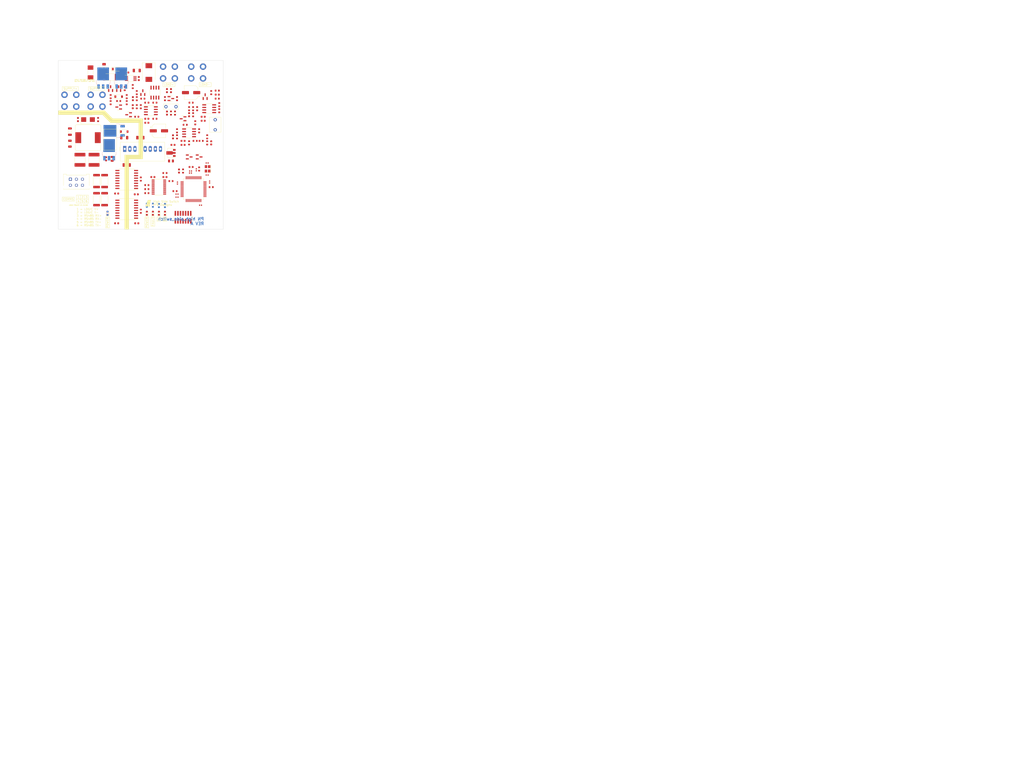
<source format=kicad_pcb>
(kicad_pcb (version 20211014) (generator pcbnew)
  (title_block (title "High Side Switch") (rev "A") (company "Pants for Birds") (comment 1 "John McNelly - jkailimcnelly@gmail.com"))
  (layers (0 "F.Cu" signal) (1 "In1.Cu" signal) (2 "In2.Cu" signal) (31 "B.Cu" signal) (34 "B.Paste" user) (35 "F.Paste" user) (36 "B.SilkS" user "B.Silkscreen") (37 "F.SilkS" user "F.Silkscreen") (38 "B.Mask" user) (39 "F.Mask" user) (44 "Edge.Cuts" user))
  (net 0 "")
  (net 1 "+5V")
  (net 2 "GND")
  (net 3 "Net-(C2-Pad1)")
  (net 4 "Net-(C2-Pad2)")
  (net 5 "Net-(C5-Pad2)")
  (net 6 "Net-(C7-Pad2)")
  (net 7 "Net-(C8-Pad2)")
  (net 8 "Net-(C11-Pad1)")
  (net 9 "/COMMS_V-")
  (net 10 "/COMMS_V+_FILTERED")
  (net 11 "/SLOW_OVERCURRENT_TIMER")
  (net 12 "/VSENSE_DIV")
  (net 13 "/COMMS_V+_PROTECTED")
  (net 14 "Net-(C17-Pad2)")
  (net 15 "Net-(C19-Pad2)")
  (net 16 "Net-(C21-Pad2)")
  (net 17 "/FAULT_TIMER")
  (net 18 "/FAST_OVERCURRENT_TIMER")
  (net 19 "/COMMS_5V")
  (net 20 "+3V3")
  (net 21 "/VDDA")
  (net 22 "/~{RST}")
  (net 23 "/CSENSE_FILTERED")
  (net 24 "Net-(C41-Pad1)")
  (net 25 "/OSC_N")
  (net 26 "/OSC_P")
  (net 27 "/V_SUPPLY_PROTECTED")
  (net 28 "Net-(D1-Pad2)")
  (net 29 "Net-(D2-Pad2)")
  (net 30 "Net-(D5-Pad2)")
  (net 31 "Net-(D7-Pad1)")
  (net 32 "Net-(D8-Pad1)")
  (net 33 "Net-(D9-Pad2)")
  (net 34 "Net-(D10-Pad2)")
  (net 35 "Net-(D11-Pad2)")
  (net 36 "Net-(F1-Pad1)")
  (net 37 "Net-(F1-Pad2)")
  (net 38 "Net-(F2-Pad1)")
  (net 39 "/COMMS_V+")
  (net 42 "/SWD_SWDIO")
  (net 43 "/SWD_SWCLK")
  (net 44 "/SWD_SWO")
  (net 47 "/USART1_RX")
  (net 48 "/USART1_TX")
  (net 49 "/COMMS_RX+")
  (net 50 "/COMMS_RX-")
  (net 51 "/COMMS_TX+")
  (net 52 "/COMMS_TX-")
  (net 53 "Net-(L1-Pad2)")
  (net 54 "Net-(Q2-Pad1)")
  (net 55 "Net-(Q3-Pad2)")
  (net 56 "Net-(Q5-Pad1)")
  (net 57 "Net-(Q5-Pad2)")
  (net 58 "Net-(Q5-Pad3)")
  (net 59 "Net-(Q6-Pad1)")
  (net 60 "Net-(Q8-Pad1)")
  (net 61 "/VSENSE_COMP")
  (net 62 "Net-(Q10-Pad1)")
  (net 63 "Net-(Q11-Pad1)")
  (net 64 "Net-(Q12-Pad2)")
  (net 65 "/CSENSE_BUFFERED")
  (net 66 "/VSENSE_MCU")
  (net 67 "Net-(R2-Pad2)")
  (net 68 "/CSENSE")
  (net 69 "/ENABLE")
  (net 70 "/FAULT_LATCHED")
  (net 71 "Net-(R15-Pad1)")
  (net 72 "/~{SLOW_OVERCURRENT_FAULT}")
  (net 73 "Net-(R23-Pad1)")
  (net 74 "Net-(R24-Pad2)")
  (net 75 "Net-(R25-Pad2)")
  (net 76 "/~{UNDERVOLTAGE_FAULT}")
  (net 77 "Net-(R34-Pad1)")
  (net 78 "/~{FAST_OVERCURRENT_FAULT}")
  (net 79 "/FAULT_TIMER_BUFFERED")
  (net 80 "Net-(R39-Pad2)")
  (net 81 "Net-(R41-Pad1)")
  (net 82 "Net-(R42-Pad2)")
  (net 83 "Net-(R47-Pad2)")
  (net 84 "/FAULT_LATCHED_3V3")
  (net 85 "Net-(R51-Pad1)")
  (net 86 "/BOOT1")
  (net 87 "Net-(R55-Pad2)")
  (net 88 "Net-(R56-Pad2)")
  (net 89 "Net-(R57-Pad1)")
  (net 90 "Net-(R58-Pad2)")
  (net 91 "/COMMS_UART_TX_ISOL")
  (net 92 "/COMMS_UART_RX_ISOL_3V3")
  (net 93 "Net-(R63-Pad2)")
  (net 94 "Net-(R64-Pad2)")
  (net 95 "Net-(R65-Pad2)")
  (net 99 "/COMMS_UART_RX_ISOL")
  (net 103 "/~{FAST_OVERCURRENT_FAULT_3V3}")
  (net 104 "/~{SLOW_OVERCURRENT_FAULT_3V3}")
  (net 105 "/~{UNDERVOLTAGE_FAULT_3V3}")
  (net 149 "/BOOT0")
  (net 150 "/LOAD_+")
  (footprint "Capacitor_SMD:C_0603_1608Metric" (layer "F.Cu") (at 113 108)
    (fp_text reference "C28" hide)
    (fp_text value "0.1uF")
    (pad "1" smd roundrect (at -0.775 0) (size 0.9 0.95) (layers "F.Cu" "F.Paste" "F.Mask") (net 2 "GND"))
    (pad "2" smd roundrect (at 0.775 0) (size 0.9 0.95) (layers "F.Cu" "F.Paste" "F.Mask") (net 20 "+3V3"))
  )
  (footprint "MountingHole:MountingHole_3.2mm_M3" (layer "F.Cu") (at 138 130)
    (fp_text reference "H3" hide)
    (fp_text value "M3 Mounting Hole")
    (pad "" np_thru_hole circle (at 0 0) (size 3.2 3.2) (drill 3.2) (layers *.Cu *.Mask))
  )
  (footprint "Resistor_SMD:R_0603_1608Metric" (layer "F.Cu") (at 97 63 -90)
    (fp_text reference "R5" hide)
    (fp_text value "4.99k 1%")
    (pad "1" smd roundrect (at -0.825 0 270) (size 0.8 0.95) (layers "F.Cu" "F.Paste" "F.Mask") (net 68 "/CSENSE"))
    (pad "2" smd roundrect (at 0.825 0 270) (size 0.8 0.95) (layers "F.Cu" "F.Paste" "F.Mask") (net 2 "GND"))
  )
  (footprint "Capacitor_THT:C_Rect_L7.2mm_W5.5mm_P5.00mm_FKS2_FKP2_MKS2_MKP2" (layer "F.Cu") (at 138 84.5 90)
    (fp_text reference "C24" hide)
    (fp_text value "1uF 5% Film")
    (pad "1" thru_hole circle (at 0 0 90) (size 1.6 1.6) (drill 0.8) (layers *.Cu *.Mask) (net 18 "/FAST_OVERCURRENT_TIMER"))
    (pad "2" thru_hole circle (at 5 0 90) (size 1.6 1.6) (drill 0.8) (layers *.Cu *.Mask) (net 2 "GND"))
  )
  (footprint "Custom_ScrewTerminal:Wuerth_Redcube_74650073R_M3" (layer "F.Cu") (at 115 56)
    (fp_text reference "J2" hide)
    (fp_text value "Screw Terminal M3 50A")
    (pad "" np_thru_hole circle (at 0 0 315) (size 3.2 3.2) (drill 3.2) (layers F&B.Cu *.Mask))
    (pad "1" thru_hole circle (at -2.935 2.935) (size 3.2 3.2) (drill 1.85) (layers *.Cu *.Mask "F.Paste") (net 150 "/LOAD_+"))
    (pad "1" thru_hole circle (at -2.935 -2.935) (size 3.2 3.2) (drill 1.85) (layers *.Cu *.Mask "F.Paste") (net 150 "/LOAD_+"))
    (pad "1" thru_hole circle (at 2.935 2.935) (size 3.2 3.2) (drill 1.85) (layers *.Cu *.Mask "F.Paste") (net 150 "/LOAD_+"))
    (pad "1" thru_hole circle (at 2.935 -2.935) (size 3.2 3.2) (drill 1.85) (layers *.Cu *.Mask "F.Paste") (net 150 "/LOAD_+"))
  )
  (footprint "Capacitor_SMD:C_0603_1608Metric" (layer "F.Cu") (at 132 78 180)
    (fp_text reference "C10" hide)
    (fp_text value "0.1uF")
    (pad "1" smd roundrect (at -0.775 0 180) (size 0.9 0.95) (layers "F.Cu" "F.Paste" "F.Mask") (net 1 "+5V"))
    (pad "2" smd roundrect (at 0.775 0 180) (size 0.9 0.95) (layers "F.Cu" "F.Paste" "F.Mask") (net 2 "GND"))
  )
  (footprint "Inductor_SMD:L_0603_1608Metric" (layer "F.Cu") (at 69.7575 79.4 90)
    (fp_text reference "L1" hide)
    (fp_text value "100nH 220mA 680mOhm")
    (pad "1" smd roundrect (at -0.7875 0 90) (size 0.875 0.95) (layers "F.Cu" "F.Paste" "F.Mask") (net 8 "Net-(C11-Pad1)"))
    (pad "2" smd roundrect (at 0.7875 0 90) (size 0.875 0.95) (layers "F.Cu" "F.Paste" "F.Mask") (net 53 "Net-(L1-Pad2)"))
  )
  (footprint "Capacitor_SMD:C_0402_1005Metric" (layer "F.Cu") (at 119 116.48 180)
    (fp_text reference "C41" hide)
    (fp_text value "4.7uF 16V")
    (pad "1" smd roundrect (at -0.48 0 180) (size 0.56 0.62) (layers "F.Cu" "F.Paste" "F.Mask") (net 24 "Net-(C41-Pad1)"))
    (pad "2" smd roundrect (at 0.48 0 180) (size 0.56 0.62) (layers "F.Cu" "F.Paste" "F.Mask") (net 2 "GND"))
  )
  (footprint "Package_SO:SOIC-16W_7.5x10.3mm_P1.27mm" (layer "F.Cu") (at 94 124 180)
    (fp_text reference "U13" hide)
    (fp_text value "ISO3082DW")
    (pad "1" smd roundrect (at -4.65 -4.445 180) (size 2.05 0.6) (layers "F.Cu" "F.Paste" "F.Mask") (net 1 "+5V"))
    (pad "2" smd roundrect (at -4.65 -3.175 180) (size 2.05 0.6) (layers "F.Cu" "F.Paste" "F.Mask") (net 2 "GND"))
    (pad "3" smd roundrect (at -4.65 -1.905 180) (size 2.05 0.6) (layers "F.Cu" "F.Paste" "F.Mask"))
    (pad "4" smd roundrect (at -4.65 -0.635 180) (size 2.05 0.6) (layers "F.Cu" "F.Paste" "F.Mask"))
    (pad "5" smd roundrect (at -4.65 0.635 180) (size 2.05 0.6) (layers "F.Cu" "F.Paste" "F.Mask") (net 89 "Net-(R57-Pad1)"))
    (pad "6" smd roundrect (at -4.65 1.905 180) (size 2.05 0.6) (layers "F.Cu" "F.Paste" "F.Mask") (net 91 "/COMMS_UART_TX_ISOL"))
    (pad "7" smd roundrect (at -4.65 3.175 180) (size 2.05 0.6) (layers "F.Cu" "F.Paste" "F.Mask") (net 2 "GND"))
    (pad "8" smd roundrect (at -4.65 4.445 180) (size 2.05 0.6) (layers "F.Cu" "F.Paste" "F.Mask") (net 2 "GND"))
    (pad "9" smd roundrect (at 4.65 4.445 180) (size 2.05 0.6) (layers "F.Cu" "F.Paste" "F.Mask") (net 9 "/COMMS_V-"))
    (pad "10" smd roundrect (at 4.65 3.175 180) (size 2.05 0.6) (layers "F.Cu" "F.Paste" "F.Mask") (net 9 "/COMMS_V-"))
    (pad "11" smd roundrect (at 4.65 1.905 180) (size 2.05 0.6) (layers "F.Cu" "F.Paste" "F.Mask"))
    (pad "12" smd roundrect (at 4.65 0.635 180) (size 2.05 0.6) (layers "F.Cu" "F.Paste" "F.Mask") (net 51 "/COMMS_TX+"))
    (pad "13" smd roundrect (at 4.65 -0.635 180) (size 2.05 0.6) (layers "F.Cu" "F.Paste" "F.Mask") (net 52 "/COMMS_TX-"))
    (pad "14" smd roundrect (at 4.65 -1.905 180) (size 2.05 0.6) (layers "F.Cu" "F.Paste" "F.Mask"))
    (pad "15" smd roundrect (at 4.65 -3.175 180) (size 2.05 0.6) (layers "F.Cu" "F.Paste" "F.Mask") (net 9 "/COMMS_V-"))
    (pad "16" smd roundrect (at 4.65 -4.445 180) (size 2.05 0.6) (layers "F.Cu" "F.Paste" "F.Mask") (net 19 "/COMMS_5V"))
  )
  (footprint "Resistor_SMD:R_1206_3216Metric" (layer "F.Cu") (at 65.7575 91.4 -90)
    (fp_text reference "F2" hide)
    (fp_text value "5A 125VAC 63VDC Fast")
    (pad "1" smd roundrect (at -1.4625 0 270) (size 1.125 1.75) (layers "F.Cu" "F.Paste" "F.Mask") (roundrect_rratio 0.222222) (net 38 "Net-(F2-Pad1)"))
    (pad "2" smd roundrect (at 1.4625 0 270) (size 1.125 1.75) (layers "F.Cu" "F.Paste" "F.Mask") (roundrect_rratio 0.222222) (net 39 "/COMMS_V+"))
  )
  (footprint "Resistor_SMD:R_0603_1608Metric" (layer "F.Cu") (at 118 76.175 90)
    (fp_text reference "R30" hide)
    (fp_text value "10k 1%")
    (pad "1" smd roundrect (at -0.825 0 90) (size 0.8 0.95) (layers "F.Cu" "F.Paste" "F.Mask") (net 1 "+5V"))
    (pad "2" smd roundrect (at 0.825 0 90) (size 0.8 0.95) (layers "F.Cu" "F.Paste" "F.Mask") (net 14 "Net-(C17-Pad2)"))
  )
  (footprint "Resistor_SMD:R_0603_1608Metric" (layer "F.Cu") (at 94 56 180)
    (fp_text reference "R2" hide)
    (fp_text value "34R 1%")
    (pad "1" smd roundrect (at -0.825 0 180) (size 0.8 0.95) (layers "F.Cu" "F.Paste" "F.Mask") (net 3 "Net-(C2-Pad1)"))
    (pad "2" smd roundrect (at 0.825 0 180) (size 0.8 0.95) (layers "F.Cu" "F.Paste" "F.Mask") (net 67 "Net-(R2-Pad2)"))
  )
  (footprint "Resistor_SMD:R_0603_1608Metric" (layer "F.Cu") (at 99 66 -90)
    (fp_text reference "R21" hide)
    (fp_text value "19.1k 1%")
    (pad "1" smd roundrect (at -0.825 0 270) (size 0.8 0.95) (layers "F.Cu" "F.Paste" "F.Mask") (net 27 "/V_SUPPLY_PROTECTED"))
    (pad "2" smd roundrect (at 0.825 0 270) (size 0.8 0.95) (layers "F.Cu" "F.Paste" "F.Mask") (net 12 "/VSENSE_DIV"))
  )
  (footprint "Capacitor_SMD:C_0603_1608Metric" (layer "F.Cu") (at 89 116.2)
    (fp_text reference "C29" hide)
    (fp_text value "0.1uF")
    (pad "1" smd roundrect (at -0.775 0) (size 0.9 0.95) (layers "F.Cu" "F.Paste" "F.Mask") (net 9 "/COMMS_V-"))
    (pad "2" smd roundrect (at 0.775 0) (size 0.9 0.95) (layers "F.Cu" "F.Paste" "F.Mask") (net 19 "/COMMS_5V"))
  )
  (footprint "Resistor_SMD:R_0603_1608Metric" (layer "F.Cu") (at 127 74 -90)
    (fp_text reference "R12" hide)
    (fp_text value "10k 1%")
    (pad "1" smd roundrect (at -0.825 0 270) (size 0.8 0.95) (layers "F.Cu" "F.Paste" "F.Mask") (net 1 "+5V"))
    (pad "2" smd roundrect (at 0.825 0 270) (size 0.8 0.95) (layers "F.Cu" "F.Paste" "F.Mask") (net 5 "Net-(C5-Pad2)"))
  )
  (footprint "Resistor_SMD:R_0603_1608Metric" (layer "F.Cu") (at 94 68 90)
    (fp_text reference "R9" hide)
    (fp_text value "10k")
    (pad "1" smd roundrect (at -0.825 0 90) (size 0.8 0.95) (layers "F.Cu" "F.Paste" "F.Mask") (net 69 "/ENABLE"))
    (pad "2" smd roundrect (at 0.825 0 90) (size 0.8 0.95) (layers "F.Cu" "F.Paste" "F.Mask") (net 2 "GND"))
  )
  (footprint "Capacitor_SMD:C_0402_1005Metric" (layer "F.Cu") (at 125.6925 106)
    (fp_text reference "C35" hide)
    (fp_text value "0.1uF 16V")
    (pad "1" smd roundrect (at -0.48 0) (size 0.56 0.62) (layers "F.Cu" "F.Paste" "F.Mask") (net 21 "/VDDA"))
    (pad "2" smd roundrect (at 0.48 0) (size 0.56 0.62) (layers "F.Cu" "F.Paste" "F.Mask") (net 2 "GND"))
  )
  (footprint "Package_SO:SOIC-8_3.9x4.9mm_P1.27mm" (layer "F.Cu") (at 125 86)
    (fp_text reference "U6" hide)
    (fp_text value "MCP6542")
    (pad "1" smd roundrect (at -2.475 -1.905) (size 1.95 0.6) (layers "F.Cu" "F.Paste" "F.Mask") (net 81 "Net-(R41-Pad1)"))
    (pad "2" smd roundrect (at -2.475 -0.635) (size 1.95 0.6) (layers "F.Cu" "F.Paste" "F.Mask") (net 15 "Net-(C19-Pad2)"))
    (pad "3" smd roundrect (at -2.475 0.635) (size 1.95 0.6) (layers "F.Cu" "F.Paste" "F.Mask") (net 82 "Net-(R42-Pad2)"))
    (pad "4" smd roundrect (at -2.475 1.905) (size 1.95 0.6) (layers "F.Cu" "F.Paste" "F.Mask") (net 2 "GND"))
    (pad "5" smd roundrect (at 2.475 1.905) (size 1.95 0.6) (layers "F.Cu" "F.Paste" "F.Mask") (net 77 "Net-(R34-Pad1)"))
    (pad "6" smd roundrect (at 2.475 0.635) (size 1.95 0.6) (layers "F.Cu" "F.Paste" "F.Mask") (net 18 "/FAST_OVERCURRENT_TIMER"))
    (pad "7" smd roundrect (at 2.475 -0.635) (size 1.95 0.6) (layers "F.Cu" "F.Paste" "F.Mask") (net 78 "/~{FAST_OVERCURRENT_FAULT}"))
    (pad "8" smd roundrect (at 2.475 -1.905) (size 1.95 0.6) (layers "F.Cu" "F.Paste" "F.Mask") (net 1 "+5V"))
  )
  (footprint "MountingHole:MountingHole_3.2mm_M3" (layer "F.Cu") (at 64 54)
    (fp_text reference "H1" hide)
    (fp_text value "M3 Mounting Hole")
    (pad "" np_thru_hole circle (at 0 0) (size 3.2 3.2) (drill 3.2) (layers *.Cu *.Mask))
  )
  (footprint "Package_QFP:LQFP-64_10x10mm_P0.5mm" (layer "F.Cu") (at 127.2125 114 -90)
    (fp_text reference "U12" hide)
    (fp_text value "STM32F446RETx")
    (pad "1" smd roundrect (at -5.675 -3.75 270) (size 1.55 0.3) (layers "F.Cu" "F.Paste" "F.Mask"))
    (pad "2" smd roundrect (at -5.675 -3.25 270) (size 1.55 0.3) (layers "F.Cu" "F.Paste" "F.Mask"))
    (pad "3" smd roundrect (at -5.675 -2.75 270) (size 1.55 0.3) (layers "F.Cu" "F.Paste" "F.Mask"))
    (pad "4" smd roundrect (at -5.675 -2.25 270) (size 1.55 0.3) (layers "F.Cu" "F.Paste" "F.Mask"))
    (pad "5" smd roundrect (at -5.675 -1.75 270) (size 1.55 0.3) (layers "F.Cu" "F.Paste" "F.Mask") (net 25 "/OSC_N"))
    (pad "6" smd roundrect (at -5.675 -1.25 270) (size 1.55 0.3) (layers "F.Cu" "F.Paste" "F.Mask") (net 26 "/OSC_P"))
    (pad "7" smd roundrect (at -5.675 -0.75 270) (size 1.55 0.3) (layers "F.Cu" "F.Paste" "F.Mask") (net 22 "/~{RST}"))
    (pad "8" smd roundrect (at -5.675 -0.25 270) (size 1.55 0.3) (layers "F.Cu" "F.Paste" "F.Mask"))
    (pad "9" smd roundrect (at -5.675 0.25 270) (size 1.55 0.3) (layers "F.Cu" "F.Paste" "F.Mask"))
    (pad "10" smd roundrect (at -5.675 0.75 270) (size 1.55 0.3) (layers "F.Cu" "F.Paste" "F.Mask"))
    (pad "11" smd roundrect (at -5.675 1.25 270) (size 1.55 0.3) (layers "F.Cu" "F.Paste" "F.Mask"))
    (pad "12" smd roundrect (at -5.675 1.75 270) (size 1.55 0.3) (layers "F.Cu" "F.Paste" "F.Mask") (net 2 "GND"))
    (pad "13" smd roundrect (at -5.675 2.25 270) (size 1.55 0.3) (layers "F.Cu" "F.Paste" "F.Mask") (net 21 "/VDDA"))
    (pad "14" smd roundrect (at -5.675 2.75 270) (size 1.55 0.3) (layers "F.Cu" "F.Paste" "F.Mask") (net 23 "/CSENSE_FILTERED"))
    (pad "15" smd roundrect (at -5.675 3.25 270) (size 1.55 0.3) (layers "F.Cu" "F.Paste" "F.Mask") (net 66 "/VSENSE_MCU"))
    (pad "16" smd roundrect (at -5.675 3.75 270) (size 1.55 0.3) (layers "F.Cu" "F.Paste" "F.Mask"))
    (pad "17" smd roundrect (at -3.75 5.675 270) (size 0.3 1.55) (layers "F.Cu" "F.Paste" "F.Mask"))
    (pad "18" smd roundrect (at -3.25 5.675 270) (size 0.3 1.55) (layers "F.Cu" "F.Paste" "F.Mask") (net 2 "GND"))
    (pad "19" smd roundrect (at -2.75 5.675 270) (size 0.3 1.55) (layers "F.Cu" "F.Paste" "F.Mask") (net 20 "+3V3"))
    (pad "20" smd roundrect (at -2.25 5.675 270) (size 0.3 1.55) (layers "F.Cu" "F.Paste" "F.Mask"))
    (pad "21" smd roundrect (at -1.75 5.675 270) (size 0.3 1.55) (layers "F.Cu" "F.Paste" "F.Mask"))
    (pad "22" smd roundrect (at -1.25 5.675 270) (size 0.3 1.55) (layers "F.Cu" "F.Paste" "F.Mask"))
    (pad "23" smd roundrect (at -0.75 5.675 270) (size 0.3 1.55) (layers "F.Cu" "F.Paste" "F.Mask"))
    (pad "24" smd roundrect (at -0.25 5.675 270) (size 0.3 1.55) (layers "F.Cu" "F.Paste" "F.Mask"))
    (pad "25" smd roundrect (at 0.25 5.675 270) (size 0.3 1.55) (layers "F.Cu" "F.Paste" "F.Mask"))
    (pad "26" smd roundrect (at 0.75 5.675 270) (size 0.3 1.55) (layers "F.Cu" "F.Paste" "F.Mask"))
    (pad "27" smd roundrect (at 1.25 5.675 270) (size 0.3 1.55) (layers "F.Cu" "F.Paste" "F.Mask"))
    (pad "28" smd roundrect (at 1.75 5.675 270) (size 0.3 1.55) (layers "F.Cu" "F.Paste" "F.Mask") (net 86 "/BOOT1"))
    (pad "29" smd roundrect (at 2.25 5.675 270) (size 0.3 1.55) (layers "F.Cu" "F.Paste" "F.Mask"))
    (pad "30" smd roundrect (at 2.75 5.675 270) (size 0.3 1.55) (layers "F.Cu" "F.Paste" "F.Mask") (net 24 "Net-(C41-Pad1)"))
    (pad "31" smd roundrect (at 3.25 5.675 270) (size 0.3 1.55) (layers "F.Cu" "F.Paste" "F.Mask") (net 2 "GND"))
    (pad "32" smd roundrect (at 3.75 5.675 270) (size 0.3 1.55) (layers "F.Cu" "F.Paste" "F.Mask") (net 20 "+3V3"))
    (pad "33" smd roundrect (at 5.675 3.75 270) (size 1.55 0.3) (layers "F.Cu" "F.Paste" "F.Mask") (net 84 "/FAULT_LATCHED_3V3"))
    (pad "34" smd roundrect (at 5.675 3.25 270) (size 1.55 0.3) (layers "F.Cu" "F.Paste" "F.Mask") (net 105 "/~{UNDERVOLTAGE_FAULT_3V3}"))
    (pad "35" smd roundrect (at 5.675 2.75 270) (size 1.55 0.3) (layers "F.Cu" "F.Paste" "F.Mask") (net 104 "/~{SLOW_OVERCURRENT_FAULT_3V3}"))
    (pad "36" smd roundrect (at 5.675 2.25 270) (size 1.55 0.3) (layers "F.Cu" "F.Paste" "F.Mask") (net 103 "/~{FAST_OVERCURRENT_FAULT_3V3}"))
    (pad "37" smd roundrect (at 5.675 1.75 270) (size 1.55 0.3) (layers "F.Cu" "F.Paste" "F.Mask") (net 91 "/COMMS_UART_TX_ISOL"))
    (pad "38" smd roundrect (at 5.675 1.25 270) (size 1.55 0.3) (layers "F.Cu" "F.Paste" "F.Mask") (net 92 "/COMMS_UART_RX_ISOL_3V3"))
    (pad "39" smd roundrect (at 5.675 0.75 270) (size 1.55 0.3) (layers "F.Cu" "F.Paste" "F.Mask"))
    (pad "40" smd roundrect (at 5.675 0.25 270) (size 1.55 0.3) (layers "F.Cu" "F.Paste" "F.Mask"))
    (pad "41" smd roundrect (at 5.675 -0.25 270) (size 1.55 0.3) (layers "F.Cu" "F.Paste" "F.Mask"))
    (pad "42" smd roundrect (at 5.675 -0.75 270) (size 1.55 0.3) (layers "F.Cu" "F.Paste" "F.Mask") (net 48 "/USART1_TX"))
    (pad "43" smd roundrect (at 5.675 -1.25 270) (size 1.55 0.3) (layers "F.Cu" "F.Paste" "F.Mask") (net 47 "/USART1_RX"))
    (pad "44" smd roundrect (at 5.675 -1.75 270) (size 1.55 0.3) (layers "F.Cu" "F.Paste" "F.Mask"))
    (pad "45" smd roundrect (at 5.675 -2.25 270) (size 1.55 0.3) (layers "F.Cu" "F.Paste" "F.Mask"))
    (pad "46" smd roundrect (at 5.675 -2.75 270) (size 1.55 0.3) (layers "F.Cu" "F.Paste" "F.Mask") (net 42 "/SWD_SWDIO"))
    (pad "47" smd roundrect (at 5.675 -3.25 270) (size 1.55 0.3) (layers "F.Cu" "F.Paste" "F.Mask") (net 2 "GND"))
    (pad "48" smd roundrect (at 5.675 -3.75 270) (size 1.55 0.3) (layers "F.Cu" "F.Paste" "F.Mask") (net 20 "+3V3"))
    (pad "49" smd roundrect (at 3.75 -5.675 270) (size 0.3 1.55) (layers "F.Cu" "F.Paste" "F.Mask") (net 43 "/SWD_SWCLK"))
    (pad "50" smd roundrect (at 3.25 -5.675 270) (size 0.3 1.55) (layers "F.Cu" "F.Paste" "F.Mask"))
    (pad "51" smd roundrect (at 2.75 -5.675 270) (size 0.3 1.55) (layers "F.Cu" "F.Paste" "F.Mask"))
    (pad "52" smd roundrect (at 2.25 -5.675 270) (size 0.3 1.55) (layers "F.Cu" "F.Paste" "F.Mask"))
    (pad "53" smd roundrect (at 1.75 -5.675 270) (size 0.3 1.55) (layers "F.Cu" "F.Paste" "F.Mask"))
    (pad "54" smd roundrect (at 1.25 -5.675 270) (size 0.3 1.55) (layers "F.Cu" "F.Paste" "F.Mask"))
    (pad "55" smd roundrect (at 0.75 -5.675 270) (size 0.3 1.55) (layers "F.Cu" "F.Paste" "F.Mask") (net 44 "/SWD_SWO"))
    (pad "56" smd roundrect (at 0.25 -5.675 270) (size 0.3 1.55) (layers "F.Cu" "F.Paste" "F.Mask"))
    (pad "57" smd roundrect (at -0.25 -5.675 270) (size 0.3 1.55) (layers "F.Cu" "F.Paste" "F.Mask"))
    (pad "58" smd roundrect (at -0.75 -5.675 270) (size 0.3 1.55) (layers "F.Cu" "F.Paste" "F.Mask"))
    (pad "59" smd roundrect (at -1.25 -5.675 270) (size 0.3 1.55) (layers "F.Cu" "F.Paste" "F.Mask"))
    (pad "60" smd roundrect (at -1.75 -5.675 270) (size 0.3 1.55) (layers "F.Cu" "F.Paste" "F.Mask") (net 149 "/BOOT0"))
    (pad "61" smd roundrect (at -2.25 -5.675 270) (size 0.3 1.55) (layers "F.Cu" "F.Paste" "F.Mask"))
    (pad "62" smd roundrect (at -2.75 -5.675 270) (size 0.3 1.55) (layers "F.Cu" "F.Paste" "F.Mask"))
    (pad "63" smd roundrect (at -3.25 -5.675 270) (size 0.3 1.55) (layers "F.Cu" "F.Paste" "F.Mask") (net 2 "GND"))
    (pad "64" smd roundrect (at -3.75 -5.675 270) (size 0.3 1.55) (layers "F.Cu" "F.Paste" "F.Mask") (net 20 "+3V3"))
  )
  (footprint "Resistor_SMD:R_0603_1608Metric" (layer "F.Cu") (at 113 106 180)
    (fp_text reference "R55" hide)
    (fp_text value "10k")
    (pad "1" smd roundrect (at -0.825 0 180) (size 0.8 0.95) (layers "F.Cu" "F.Paste" "F.Mask") (net 20 "+3V3"))
    (pad "2" smd roundrect (at 0.825 0 180) (size 0.8 0.95) (layers "F.Cu" "F.Paste" "F.Mask") (net 87 "Net-(R55-Pad2)"))
  )
  (footprint "Resistor_SMD:R_0603_1608Metric" (layer "F.Cu") (at 130.999999 90 180)
    (fp_text reference "R38" hide)
    (fp_text value "10k 1%")
    (pad "1" smd roundrect (at -0.825 0 180) (size 0.8 0.95) (layers "F.Cu" "F.Paste" "F.Mask") (net 16 "Net-(C21-Pad2)"))
    (pad "2" smd roundrect (at 0.825 0 180) (size 0.8 0.95) (layers "F.Cu" "F.Paste" "F.Mask") (net 77 "Net-(R34-Pad1)"))
  )
  (footprint "Resistor_SMD:R_0603_1608Metric" (layer "F.Cu") (at 116 110 180)
    (fp_text reference "R56" hide)
    (fp_text value "10k")
    (pad "1" smd roundrect (at -0.825 0 180) (size 0.8 0.95) (layers "F.Cu" "F.Paste" "F.Mask") (net 2 "GND"))
    (pad "2" smd roundrect (at 0.825 0 180) (size 0.8 0.95) (layers "F.Cu" "F.Paste" "F.Mask") (net 88 "Net-(R56-Pad2)"))
  )
  (footprint "Diode_SMD:D_SMB" (layer "F.Cu") (at 74.7575 79.4)
    (fp_text reference "D4" hide)
    (fp_text value "600V 5A")
    (pad "1" smd rect (at -2.15 0) (size 2.5 2.3) (layers "F.Cu" "F.Paste" "F.Mask") (net 8 "Net-(C11-Pad1)"))
    (pad "2" smd rect (at 2.15 0) (size 2.5 2.3) (layers "F.Cu" "F.Paste" "F.Mask") (net 10 "/COMMS_V+_FILTERED"))
  )
  (footprint "Capacitor_SMD:C_0603_1608Metric" (layer "F.Cu") (at 83.7575 98.95 -90)
    (fp_text reference "C26" hide)
    (fp_text value "0.1uF")
    (pad "1" smd roundrect (at -0.775 0 270) (size 0.9 0.95) (layers "F.Cu" "F.Paste" "F.Mask") (net 19 "/COMMS_5V"))
    (pad "2" smd roundrect (at 0.775 0 270) (size 0.9 0.95) (layers "F.Cu" "F.Paste" "F.Mask") (net 9 "/COMMS_V-"))
  )
  (footprint "Capacitor_SMD:C_0603_1608Metric" (layer "F.Cu") (at 89 131)
    (fp_text reference "C43" hide)
    (fp_text value "0.1uF")
    (pad "1" smd roundrect (at -0.775 0) (size 0.9 0.95) (layers "F.Cu" "F.Paste" "F.Mask") (net 9 "/COMMS_V-"))
    (pad "2" smd roundrect (at 0.775 0) (size 0.9 0.95) (layers "F.Cu" "F.Paste" "F.Mask") (net 19 "/COMMS_5V"))
  )
  (footprint "Package_SO:SOIC-16W_7.5x10.3mm_P1.27mm" (layer "F.Cu") (at 94 109.2 180)
    (fp_text reference "U11" hide)
    (fp_text value "ISO3082DW")
    (pad "1" smd roundrect (at -4.65 -4.445 180) (size 2.05 0.6) (layers "F.Cu" "F.Paste" "F.Mask") (net 1 "+5V"))
    (pad "2" smd roundrect (at -4.65 -3.175 180) (size 2.05 0.6) (layers "F.Cu" "F.Paste" "F.Mask") (net 2 "GND"))
    (pad "3" smd roundrect (at -4.65 -1.905 180) (size 2.05 0.6) (layers "F.Cu" "F.Paste" "F.Mask") (net 99 "/COMMS_UART_RX_ISOL"))
    (pad "4" smd roundrect (at -4.65 -0.635 180) (size 2.05 0.6) (layers "F.Cu" "F.Paste" "F.Mask") (net 85 "Net-(R51-Pad1)"))
    (pad "5" smd roundrect (at -4.65 0.635 180) (size 2.05 0.6) (layers "F.Cu" "F.Paste" "F.Mask"))
    (pad "6" smd roundrect (at -4.65 1.905 180) (size 2.05 0.6) (layers "F.Cu" "F.Paste" "F.Mask"))
    (pad "7" smd roundrect (at -4.65 3.175 180) (size 2.05 0.6) (layers "F.Cu" "F.Paste" "F.Mask") (net 2 "GND"))
    (pad "8" smd roundrect (at -4.65 4.445 180) (size 2.05 0.6) (layers "F.Cu" "F.Paste" "F.Mask") (net 2 "GND"))
    (pad "9" smd roundrect (at 4.65 4.445 180) (size 2.05 0.6) (layers "F.Cu" "F.Paste" "F.Mask") (net 9 "/COMMS_V-"))
    (pad "10" smd roundrect (at 4.65 3.175 180) (size 2.05 0.6) (layers "F.Cu" "F.Paste" "F.Mask") (net 9 "/COMMS_V-"))
    (pad "11" smd roundrect (at 4.65 1.905 180) (size 2.05 0.6) (layers "F.Cu" "F.Paste" "F.Mask"))
    (pad "12" smd roundrect (at 4.65 0.635 180) (size 2.05 0.6) (layers "F.Cu" "F.Paste" "F.Mask") (net 49 "/COMMS_RX+"))
    (pad "13" smd roundrect (at 4.65 -0.635 180) (size 2.05 0.6) (layers "F.Cu" "F.Paste" "F.Mask") (net 50 "/COMMS_RX-"))
    (pad "14" smd roundrect (at 4.65 -1.905 180) (size 2.05 0.6) (layers "F.Cu" "F.Paste" "F.Mask"))
    (pad "15" smd roundrect (at 4.65 -3.175 180) (size 2.05 0.6) (layers "F.Cu" "F.Paste" "F.Mask") (net 9 "/COMMS_V-"))
    (pad "16" smd roundrect (at 4.65 -4.445 180) (size 2.05 0.6) (layers "F.Cu" "F.Paste" "F.Mask") (net 19 "/COMMS_5V"))
  )
  (footprint "Fuse:Fuse_1206_3216Metric" (layer "F.Cu") (at 82.73 53.27 -90)
    (fp_text reference "RV1" hide)
    (fp_text value "85VDC 100A")
    (pad "1" smd roundrect (at -1.4 0 270) (size 1.25 1.75) (layers "F.Cu" "F.Paste" "F.Mask") (roundrect_rratio 0.2) (net 37 "Net-(F1-Pad2)"))
    (pad "2" smd roundrect (at 1.4 0 270) (size 1.25 1.75) (layers "F.Cu" "F.Paste" "F.Mask") (roundrect_rratio 0.2) (net 2 "GND"))
  )
  (footprint "Capacitor_SMD:C_0402_1005Metric" (layer "F.Cu") (at 134 107)
    (fp_text reference "C42" hide)
    (fp_text value "10pF 50V")
    (pad "1" smd roundrect (at -0.48 0) (size 0.56 0.62) (layers "F.Cu" "F.Paste" "F.Mask") (net 2 "GND"))
    (pad "2" smd roundrect (at 0.48 0) (size 0.56 0.62) (layers "F.Cu" "F.Paste" "F.Mask") (net 25 "/OSC_N"))
  )
  (footprint "Capacitor_SMD:C_0603_1608Metric" (layer "F.Cu") (at 114 65 90)
    (fp_text reference "C3" hide)
    (fp_text value "0.1uF")
    (pad "1" smd roundrect (at -0.775 0 90) (size 0.9 0.95) (layers "F.Cu" "F.Paste" "F.Mask") (net 1 "+5V"))
    (pad "2" smd roundrect (at 0.775 0 90) (size 0.9 0.95) (layers "F.Cu" "F.Paste" "F.Mask") (net 2 "GND"))
  )
  (footprint "Package_TO_SOT_SMD:SOT-23" (layer "F.Cu") (at 125.0625 98)
    (fp_text reference "Q12" hide)
    (fp_text value "2N7002")
    (pad "1" smd roundrect (at -0.9375 -0.95) (size 1.475 0.6) (layers "F.Cu" "F.Paste" "F.Mask") (net 1 "+5V"))
    (pad "2" smd roundrect (at -0.9375 0.95) (size 1.475 0.6) (layers "F.Cu" "F.Paste" "F.Mask") (net 64 "Net-(Q12-Pad2)"))
    (pad "3" smd roundrect (at 0.9375 0) (size 1.475 0.6) (layers "F.Cu" "F.Paste" "F.Mask") (net 65 "/CSENSE_BUFFERED"))
  )
  (footprint "Custom_Graphic:bird_with_pants_small_flipped" (layer "F.Cu") (at 105 121)
    (fp_text reference "GRAPHIC1" hide)
    (fp_text value "Graphic" hide)
  )
  (footprint "Resistor_SMD:R_0603_1608Metric" (layer "F.Cu") (at 102 69)
    (fp_text reference "R24" hide)
    (fp_text value "1k 1%")
    (pad "1" smd roundrect (at -0.825 0) (size 0.8 0.95) (layers "F.Cu" "F.Paste" "F.Mask") (net 61 "/VSENSE_COMP"))
    (pad "2" smd roundrect (at 0.825 0) (size 0.8 0.95) (layers "F.Cu" "F.Paste" "F.Mask") (net 74 "Net-(R24-Pad2)"))
  )
  (footprint "Resistor_SMD:R_0603_1608Metric" (layer "F.Cu") (at 118 115 180)
    (fp_text reference "R59" hide)
    (fp_text value "10k")
    (pad "1" smd roundrect (at -0.825 0 180) (size 0.8 0.95) (layers "F.Cu" "F.Paste" "F.Mask") (net 86 "/BOOT1"))
    (pad "2" smd roundrect (at 0.825 0 180) (size 0.8 0.95) (layers "F.Cu" "F.Paste" "F.Mask") (net 2 "GND"))
  )
  (footprint "Capacitor_SMD:C_0603_1608Metric" (layer "F.Cu") (at 117 88 90)
    (fp_text reference "C19" hide)
    (fp_text value "10uF")
    (pad "1" smd roundrect (at -0.775 0 90) (size 0.9 0.95) (layers "F.Cu" "F.Paste" "F.Mask") (net 2 "GND"))
    (pad "2" smd roundrect (at 0.775 0 90) (size 0.9 0.95) (layers "F.Cu" "F.Paste" "F.Mask") (net 15 "Net-(C19-Pad2)"))
  )
  (footprint "Resistor_SMD:R_0603_1608Metric" (layer "F.Cu") (at 139 69)
    (fp_text reference "R20" hide)
    (fp_text value "10k 1%")
    (pad "1" smd roundrect (at -0.825 0) (size 0.8 0.95) (layers "F.Cu" "F.Paste" "F.Mask") (net 6 "Net-(C7-Pad2)"))
    (pad "2" smd roundrect (at 0.825 0) (size 0.8 0.95) (layers "F.Cu" "F.Paste" "F.Mask") (net 71 "Net-(R15-Pad1)"))
  )
  (footprint "Resistor_SMD:R_0603_1608Metric" (layer "F.Cu") (at 99 78 180)
    (fp_text reference "R10" hide)
    (fp_text value "100R")
    (pad "1" smd roundrect (at -0.825 0 180) (size 0.8 0.95) (layers "F.Cu" "F.Paste" "F.Mask") (net 70 "/FAULT_LATCHED"))
    (pad "2" smd roundrect (at 0.825 0 180) (size 0.8 0.95) (layers "F.Cu" "F.Paste" "F.Mask") (net 59 "Net-(Q6-Pad1)"))
  )
  (footprint "Resistor_SMD:R_0603_1608Metric" (layer "F.Cu") (at 108 71 180)
    (fp_text reference "R39" hide)
    (fp_text value "10k 1%")
    (pad "1" smd roundrect (at -0.825 0 180) (size 0.8 0.95) (layers "F.Cu" "F.Paste" "F.Mask") (net 79 "/FAULT_TIMER_BUFFERED"))
    (pad "2" smd roundrect (at 0.825 0 180) (size 0.8 0.95) (layers "F.Cu" "F.Paste" "F.Mask") (net 80 "Net-(R39-Pad2)"))
  )
  (footprint "Capacitor_SMD:C_0402_1005Metric" (layer "F.Cu") (at 134 101 180)
    (fp_text reference "C45" hide)
    (fp_text value "10pF 50V")
    (pad "1" smd roundrect (at -0.48 0 180) (size 0.56 0.62) (layers "F.Cu" "F.Paste" "F.Mask") (net 2 "GND"))
    (pad "2" smd roundrect (at 0.48 0 180) (size 0.56 0.62) (layers "F.Cu" "F.Paste" "F.Mask") (net 26 "/OSC_P"))
  )
  (footprint "Resistor_SMD:R_0603_1608Metric" (layer "F.Cu") (at 93 64 90)
    (fp_text reference "R4" hide)
    (fp_text value "100R")
    (pad "1" smd roundrect (at -0.825 0 90) (size 0.8 0.95) (layers "F.Cu" "F.Paste" "F.Mask") (net 55 "Net-(Q3-Pad2)"))
    (pad "2" smd roundrect (at 0.825 0 90) (size 0.8 0.95) (layers "F.Cu" "F.Paste" "F.Mask") (net 54 "Net-(Q2-Pad1)"))
  )
  (footprint "Package_TO_SOT_SMD:SOT-23" (layer "F.Cu") (at 102 66 90)
    (fp_text reference "Q9" hide)
    (fp_text value "2N7002")
    (pad "1" smd roundrect (at -0.9375 -0.95 90) (size 1.475 0.6) (layers "F.Cu" "F.Paste" "F.Mask") (net 1 "+5V"))
    (pad "2" smd roundrect (at -0.9375 0.95 90) (size 1.475 0.6) (layers "F.Cu" "F.Paste" "F.Mask") (net 61 "/VSENSE_COMP"))
    (pad "3" smd roundrect (at 0.9375 0 90) (size 1.475 0.6) (layers "F.Cu" "F.Paste" "F.Mask") (net 12 "/VSENSE_DIV"))
  )
  (footprint "Package_TO_SOT_SMD:SOT-23" (layer "F.Cu") (at 90 64 90)
    (fp_text reference "Q4" hide)
    (fp_text value "MMBT5401")
    (pad "1" smd roundrect (at -0.9375 -0.95 90) (size 1.475 0.6) (layers "F.Cu" "F.Paste" "F.Mask") (net 29 "Net-(D2-Pad2)"))
    (pad "2" smd roundrect (at -0.9375 0.95 90) (size 1.475 0.6) (layers "F.Cu" "F.Paste" "F.Mask") (net 55 "Net-(Q3-Pad2)"))
    (pad "3" smd roundrect (at 0.9375 0 90) (size 1.475 0.6) (layers "F.Cu" "F.Paste" "F.Mask") (net 2 "GND"))
  )
  (footprint "Resistor_SMD:R_1206_3216Metric" (layer "F.Cu") (at 99 55)
    (fp_text reference "R1" hide)
    (fp_text value "1m 1% 1W 1206")
    (pad "1" smd roundrect (at -1.4625 0) (size 1.125 1.75) (layers "F.Cu" "F.Paste" "F.Mask") (roundrect_rratio 0.222222) (net 3 "Net-(C2-Pad1)"))
    (pad "2" smd roundrect (at 1.4625 0) (size 1.125 1.75) (layers "F.Cu" "F.Paste" "F.Mask") (roundrect_rratio 0.222222) (net 150 "/LOAD_+"))
  )
  (footprint "MountingHole:MountingHole_3.2mm_M3" (layer "F.Cu") (at 64 130)
    (fp_text reference "H4" hide)
    (fp_text value "M3 Mounting Hole")
    (pad "" np_thru_hole circle (at 0 0) (size 3.2 3.2) (drill 3.2) (layers *.Cu *.Mask))
  )
  (footprint "Resistor_SMD:R_0603_1608Metric" (layer "F.Cu") (at 125 91 90)
    (fp_text reference "R42" hide)
    (fp_text value "1k 1%")
    (pad "1" smd roundrect (at -0.825 0 90) (size 0.8 0.95) (layers "F.Cu" "F.Paste" "F.Mask") (net 65 "/CSENSE_BUFFERED"))
    (pad "2" smd roundrect (at 0.825 0 90) (size 0.8 0.95) (layers "F.Cu" "F.Paste" "F.Mask") (net 82 "Net-(R42-Pad2)"))
  )
  (footprint "LED_SMD:LED_0603_1608Metric" (layer "F.Cu") (at 110 126 90)
    (fp_text reference "D10" hide)
    (fp_text value "ORANGE")
    (pad "1" smd roundrect (at -0.7875 0 90) (size 0.875 0.95) (layers "F.Cu" "F.Paste" "F.Mask") (net 2 "GND"))
    (pad "2" smd roundrect (at 0.7875 0 90) (size 0.875 0.95) (layers "F.Cu" "F.Paste" "F.Mask") (net 34 "Net-(D10-Pad2)"))
  )
  (footprint "Resistor_SMD:R_0603_1608Metric" (layer "F.Cu") (at 125 74 -90)
    (fp_text reference "R25" hide)
    (fp_text value "1k 1%")
    (pad "1" smd roundrect (at -0.825 0 270) (size 0.8 0.95) (layers "F.Cu" "F.Paste" "F.Mask") (net 65 "/CSENSE_BUFFERED"))
    (pad "2" smd roundrect (at 0.825 0 270) (size 0.8 0.95) (layers "F.Cu" "F.Paste" "F.Mask") (net 75 "Net-(R25-Pad2)"))
  )
  (footprint "Connector_PinHeader_1.27mm:PinHeader_2x07_P1.27mm_Vertical_SMD" (layer "F.Cu") (at 122 128 90)
    (fp_text reference "J3" hide)
    (fp_text value "Conn_ST_STDC14")
    (pad "1" smd rect (at -1.95 -3.81 90) (size 2.4 0.74) (layers "F.Cu" "F.Paste" "F.Mask"))
    (pad "2" smd rect (at 1.95 -3.81 90) (size 2.4 0.74) (layers "F.Cu" "F.Paste" "F.Mask"))
    (pad "3" smd rect (at -1.95 -2.54 90) (size 2.4 0.74) (layers "F.Cu" "F.Paste" "F.Mask") (net 20 "+3V3"))
    (pad "4" smd rect (at 1.95 -2.54 90) (size 2.4 0.74) (layers "F.Cu" "F.Paste" "F.Mask") (net 42 "/SWD_SWDIO"))
    (pad "5" smd rect (at -1.95 -1.27 90) (size 2.4 0.74) (layers "F.Cu" "F.Paste" "F.Mask") (net 2 "GND"))
    (pad "6" smd rect (at 1.95 -1.27 90) (size 2.4 0.74) (layers "F.Cu" "F.Paste" "F.Mask") (net 43 "/SWD_SWCLK"))
    (pad "7" smd rect (at -1.95 0 90) (size 2.4 0.74) (layers "F.Cu" "F.Paste" "F.Mask") (net 2 "GND"))
    (pad "8" smd rect (at 1.95 0 90) (size 2.4 0.74) (layers "F.Cu" "F.Paste" "F.Mask") (net 44 "/SWD_SWO"))
    (pad "9" smd rect (at -1.95 1.27 90) (size 2.4 0.74) (layers "F.Cu" "F.Paste" "F.Mask"))
    (pad "10" smd rect (at 1.95 1.27 90) (size 2.4 0.74) (layers "F.Cu" "F.Paste" "F.Mask"))
    (pad "11" smd rect (at -1.95 2.54 90) (size 2.4 0.74) (layers "F.Cu" "F.Paste" "F.Mask") (net 2 "GND"))
    (pad "12" smd rect (at 1.95 2.54 90) (size 2.4 0.74) (layers "F.Cu" "F.Paste" "F.Mask") (net 22 "/~{RST}"))
    (pad "13" smd rect (at -1.95 3.81 90) (size 2.4 0.74) (layers "F.Cu" "F.Paste" "F.Mask") (net 47 "/USART1_RX"))
    (pad "14" smd rect (at 1.95 3.81 90) (size 2.4 0.74) (layers "F.Cu" "F.Paste" "F.Mask") (net 48 "/USART1_TX"))
  )
  (footprint "Resistor_SMD:R_0603_1608Metric" (layer "F.Cu") (at 134 88 -90)
    (fp_text reference "R32" hide)
    (fp_text value "1k 1%")
    (pad "1" smd roundrect (at -0.825 0 270) (size 0.8 0.95) (layers "F.Cu" "F.Paste" "F.Mask") (net 1 "+5V"))
    (pad "2" smd roundrect (at 0.825 0 270) (size 0.8 0.95) (layers "F.Cu" "F.Paste" "F.Mask") (net 16 "Net-(C21-Pad2)"))
  )
  (footprint "Resistor_SMD:R_0603_1608Metric" (layer "F.Cu") (at 140 72 90)
    (fp_text reference "R22" hide)
    (fp_text value "100R")
    (pad "1" smd roundrect (at -0.825 0 90) (size 0.8 0.95) (layers "F.Cu" "F.Paste" "F.Mask") (net 72 "/~{SLOW_OVERCURRENT_FAULT}"))
    (pad "2" smd roundrect (at 0.825 0 90) (size 0.8 0.95) (layers "F.Cu" "F.Paste" "F.Mask") (net 60 "Net-(Q8-Pad1)"))
  )
  (footprint "LED_SMD:LED_0603_1608Metric" (layer "F.Cu") (at 107 126 90)
    (fp_text reference "D9" hide)
    (fp_text value "RED")
    (pad "1" smd roundrect (at -0.7875 0 90) (size 0.875 0.95) (layers "F.Cu" "F.Paste" "F.Mask") (net 2 "GND"))
    (pad "2" smd roundrect (at 0.7875 0 90) (size 0.875 0.95) (layers "F.Cu" "F.Paste" "F.Mask") (net 33 "Net-(D9-Pad2)"))
  )
  (footprint "Capacitor_SMD:C_0603_1608Metric" (layer "F.Cu") (at 132 80 180)
    (fp_text reference "C6" hide)
    (fp_text value "10uF")
    (pad "1" smd roundrect (at -0.775 0 180) (size 0.9 0.95) (layers "F.Cu" "F.Paste" "F.Mask") (net 1 "+5V"))
    (pad "2" smd roundrect (at 0.775 0 180) (size 0.9 0.95) (layers "F.Cu" "F.Paste" "F.Mask") (net 2 "GND"))
  )
  (footprint "Resistor_SMD:R_1206_3216Metric" (layer "F.Cu") (at 92.7575 88.4)
    (fp_text reference "R26" hide)
    (fp_text value "10k 1206")
    (pad "1" smd roundrect (at -1.4625 0) (size 1.125 1.75) (layers "F.Cu" "F.Paste" "F.Mask") (roundrect_rratio 0.222222) (net 9 "/COMMS_V-"))
    (pad "2" smd roundrect (at 1.4625 0) (size 1.125 1.75) (layers "F.Cu" "F.Paste" "F.Mask") (roundrect_rratio 0.222222) (net 30 "Net-(D5-Pad2)"))
  )
  (footprint "Resistor_SMD:R_0603_1608Metric" (layer "F.Cu") (at 90 70.175 180)
    (fp_text reference "R11" hide)
    (fp_text value "499R")
    (pad "1" smd roundrect (at -0.825 0 180) (size 0.8 0.95) (layers "F.Cu" "F.Paste" "F.Mask") (net 57 "Net-(Q5-Pad2)"))
    (pad "2" smd roundrect (at 0.825 0 180) (size 0.8 0.95) (layers "F.Cu" "F.Paste" "F.Mask") (net 2 "GND"))
  )
  (footprint "Package_TO_SOT_SMD:SOT-89-3" (layer "F.Cu") (at 116 96 180)
    (fp_text reference "U10" hide)
    (fp_text value "AZ1117C-3.3")
    (pad "1" smd rect (at -1.65 -1.5 180) (size 1.3 0.9) (layers "F.Cu" "F.Paste" "F.Mask") (net 2 "GND"))
    (pad "2" smd custom (at -1.5625 0 180) (size 1.475 0.9) (layers "F.Cu" "F.Paste" "F.Mask") (net 20 "+3V3") (options (clearance outline) (anchor rect)) (primitives (gr_poly (pts (xy 3.8625 0.8665) (xy 0.7375 0.8665) (xy 0.7375 -0.8665) (xy 3.8625 -0.8665)) (width 0) (fill yes))))
    (pad "3" smd rect (at -1.65 1.5 180) (size 1.3 0.9) (layers "F.Cu" "F.Paste" "F.Mask") (net 1 "+5V"))
  )
  (footprint "Inductor_SMD:L_0603_1608Metric" (layer "F.Cu") (at 126 103 180)
    (fp_text reference "FB2" hide)
    (fp_text value "BLM18EG221SN1D")
    (pad "1" smd roundrect (at -0.7875 0 180) (size 0.875 0.95) (layers "F.Cu" "F.Paste" "F.Mask") (net 20 "+3V3"))
    (pad "2" smd roundrect (at 0.7875 0 180) (size 0.875 0.95) (layers "F.Cu" "F.Paste" "F.Mask") (net 21 "/VDDA"))
  )
  (footprint "Capacitor_SMD:C_0402_1005Metric" (layer "F.Cu") (at 130.6925 122 180)
    (fp_text reference "C32" hide)
    (fp_text value "0.1uF 16V")
    (pad "1" smd roundrect (at -0.48 0 180) (size 0.56 0.62) (layers "F.Cu" "F.Paste" "F.Mask") (net 20 "+3V3"))
    (pad "2" smd roundrect (at 0.48 0 180) (size 0.56 0.62) (layers "F.Cu" "F.Paste" "F.Mask") (net 2 "GND"))
  )
  (footprint "Resistor_SMD:R_2512_6332Metric" (layer "F.Cu") (at 79 119 90)
    (fp_text reference "R60" hide)
    (fp_text value "60.4R 1W 2512")
    (pad "1" smd roundrect (at -2.9625 0 90) (size 1.225 3.35) (layers "F.Cu" "F.Paste" "F.Mask") (roundrect_rratio 0.204082) (net 90 "Net-(R58-Pad2)"))
    (pad "2" smd roundrect (at 2.9625 0 90) (size 1.225 3.35) (layers "F.Cu" "F.Paste" "F.Mask") (roundrect_rratio 0.204082) (net 51 "/COMMS_TX+"))
  )
  (footprint "Custom_Fuse:Fuse_BelFuse_0679L" (layer "F.Cu") (at 76 56 90)
    (fp_text reference "F1" hide)
    (fp_text value "20A 125VDC Fast")
    (pad "1" smd rect (at -2.455 0 90) (size 2.15 2.8) (layers "F.Cu" "F.Paste" "F.Mask") (net 36 "Net-(F1-Pad1)"))
    (pad "2" smd rect (at 2.455 0 90) (size 2.15 2.8) (layers "F.Cu" "F.Paste" "F.Mask") (net 37 "Net-(F1-Pad2)"))
  )
  (footprint "Package_SO:SOIC-8_3.9x4.9mm_P1.27mm" (layer "F.Cu") (at 108 66 -90)
    (fp_text reference "U1" hide)
    (fp_text value "TLV9062xD")
    (pad "1" smd roundrect (at -2.475 -1.905 270) (size 1.95 0.6) (layers "F.Cu" "F.Paste" "F.Mask") (net 65 "/CSENSE_BUFFERED"))
    (pad "2" smd roundrect (at -2.475 -0.635 270) (size 1.95 0.6) (layers "F.Cu" "F.Paste" "F.Mask") (net 65 "/CSENSE_BUFFERED"))
    (pad "3" smd roundrect (at -2.475 0.635 270) (size 1.95 0.6) (layers "F.Cu" "F.Paste" "F.Mask") (net 68 "/CSENSE"))
    (pad "4" smd roundrect (at -2.475 1.905 270) (size 1.95 0.6) (layers "F.Cu" "F.Paste" "F.Mask") (net 2 "GND"))
    (pad "5" smd roundrect (at 2.475 1.905 270) (size 1.95 0.6) (layers "F.Cu" "F.Paste" "F.Mask") (net 17 "/FAULT_TIMER"))
    (pad "6" smd roundrect (at 2.475 0.635 270) (size 1.95 0.6) (layers "F.Cu" "F.Paste" "F.Mask") (net 79 "/FAULT_TIMER_BUFFERED"))
    (pad "7" smd roundrect (at 2.475 -0.635 270) (size 1.95 0.6) (layers "F.Cu" "F.Paste" "F.Mask") (net 79 "/FAULT_TIMER_BUFFERED"))
    (pad "8" smd roundrect (at 2.475 -1.905 270) (size 1.95 0.6) (layers "F.Cu" "F.Paste" "F.Mask") (net 1 "+5V"))
  )
  (footprint "Capacitor_SMD:C_0603_1608Metric" (layer "F.Cu") (at 136.000001 91 90)
    (fp_text reference "C21" hide)
    (fp_text value "10uF")
    (pad "1" smd roundrect (at -0.775 0 90) (size 0.9 0.95) (layers "F.Cu" "F.Paste" "F.Mask") (net 2 "GND"))
    (pad "2" smd roundrect (at 0.775 0 90) (size 0.9 0.95) (layers "F.Cu" "F.Paste" "F.Mask") (net 16 "Net-(C21-Pad2)"))
  )
  (footprint "Custom_ScrewTerminal:Wuerth_Redcube_74650073R_M3" (layer "F.Cu") (at 79 70)
    (fp_text reference "J6" hide)
    (fp_text value "Screw Terminal M3 50A")
    (pad "" np_thru_hole circle (at 0 0 315) (size 3.2 3.2) (drill 3.2) (layers F&B.Cu *.Mask))
    (pad "1" thru_hole circle (at 2.935 -2.935) (size 3.2 3.2) (drill 1.85) (layers *.Cu *.Mask "F.Paste") (net 2 "GND"))
    (pad "1" thru_hole circle (at -2.935 -2.935) (size 3.2 3.2) (drill 1.85) (layers *.Cu *.Mask "F.Paste") (net 2 "GND"))
    (pad "1" thru_hole circle (at -2.935 2.935) (size 3.2 3.2) (drill 1.85) (layers *.Cu *.Mask "F.Paste") (net 2 "GND"))
    (pad "1" thru_hole circle (at 2.935 2.935) (size 3.2 3.2) (drill 1.85) (layers *.Cu *.Mask "F.Paste") (net 2 "GND"))
  )
  (footprint "Resistor_SMD:R_0603_1608Metric" (layer "F.Cu") (at 129 74 90)
    (fp_text reference "R28" hide)
    (fp_text value "30.1k 1%")
    (pad "1" smd roundrect (at -0.825 0 90) (size 0.8 0.95) (layers "F.Cu" "F.Paste" "F.Mask") (net 75 "Net-(R25-Pad2)"))
    (pad "2" smd roundrect (at 0.825 0 90) (size 0.8 0.95) (layers "F.Cu" "F.Paste" "F.Mask") (net 73 "Net-(R23-Pad1)"))
  )
  (footprint "Capacitor_SMD:C_0402_1005Metric" (layer "F.Cu") (at 128.6 104.4 90)
    (fp_text reference "C39" hide)
    (fp_text value "0.1uF 16V")
    (pad "1" smd roundrect (at -0.48 0 90) (size 0.56 0.62) (layers "F.Cu" "F.Paste" "F.Mask") (net 22 "/~{RST}"))
    (pad "2" smd roundrect (at 0.48 0 90) (size 0.56 0.62) (layers "F.Cu" "F.Paste" "F.Mask") (net 2 "GND"))
  )
  (footprint "Resistor_SMD:R_0603_1608Metric" (layer "F.Cu") (at 79.7575 79.4 90)
    (fp_text reference "R18" hide)
    (fp_text value "4.42R")
    (pad "1" smd roundrect (at -0.825 0 90) (size 0.8 0.95) (layers "F.Cu" "F.Paste" "F.Mask") (net 10 "/COMMS_V+_FILTERED"))
    (pad "2" smd roundrect (at 0.825 0 90) (size 0.8 0.95) (layers "F.Cu" "F.Paste" "F.Mask") (net 53 "Net-(L1-Pad2)"))
  )
  (footprint "Capacitor_SMD:C_0805_2012Metric" (layer "F.Cu") (at 116 100)
    (fp_text reference "C38" hide)
    (fp_text value "22uF")
    (pad "1" smd roundrect (at -0.95 0) (size 1 1.45) (layers "F.Cu" "F.Paste" "F.Mask") (net 20 "+3V3"))
    (pad "2" smd roundrect (at 0.95 0) (size 1 1.45) (layers "F.Cu" "F.Paste" "F.Mask") (net 2 "GND"))
  )
  (footprint "Resistor_SMD:R_0603_1608Metric" (layer "F.Cu") (at 119.000001 88 -90)
    (fp_text reference "R35" hide)
    (fp_text value "66.8k 1%")
    (pad "1" smd roundrect (at -0.825 0 270) (size 0.8 0.95) (layers "F.Cu" "F.Paste" "F.Mask") (net 15 "Net-(C19-Pad2)"))
    (pad "2" smd roundrect (at 0.825 0 270) (size 0.8 0.95) (layers "F.Cu" "F.Paste" "F.Mask") (net 2 "GND"))
  )
  (footprint "Custom_ScrewTerminal:Wuerth_Redcube_74650073R_M3" (layer "F.Cu") (at 66 70)
    (fp_text reference "J1" hide)
    (fp_text value "Screw Terminal M3 50A")
    (pad "" np_thru_hole circle (at 0 0 315) (size 3.2 3.2) (drill 3.2) (layers F&B.Cu *.Mask))
    (pad "1" thru_hole circle (at -2.935 -2.935) (size 3.2 3.2) (drill 1.85) (layers *.Cu *.Mask "F.Paste") (net 36 "Net-(F1-Pad1)"))
    (pad "1" thru_hole circle (at -2.935 2.935) (size 3.2 3.2) (drill 1.85) (layers *.Cu *.Mask "F.Paste") (net 36 "Net-(F1-Pad1)"))
    (pad "1" thru_hole circle (at 2.935 2.935) (size 3.2 3.2) (drill 1.85) (layers *.Cu *.Mask "F.Paste") (net 36 "Net-(F1-Pad1)"))
    (pad "1" thru_hole circle (at 2.935 -2.935) (size 3.2 3.2) (drill 1.85) (layers *.Cu *.Mask "F.Paste") (net 36 "Net-(F1-Pad1)"))
  )
  (footprint "Capacitor_SMD:C_1206_3216Metric" (layer "F.Cu") (at 94 102)
    (fp_text reference "C18" hide)
    (fp_text value "1500pF 2kV 1206")
    (pad "1" smd roundrect (at -1.475 0) (size 1.15 1.8) (layers "F.Cu" "F.Paste" "F.Mask") (roundrect_rratio 0.217391) (net 9 "/COMMS_V-"))
    (pad "2" smd roundrect (at 1.475 0) (size 1.15 1.8) (layers "F.Cu" "F.Paste" "F.Mask") (roundrect_rratio 0.217391) (net 2 "GND"))
  )
  (footprint "Capacitor_SMD:C_0805_2012Metric" (layer "F.Cu") (at 86.7575 98.95 -90)
    (fp_text reference "C25" hide)
    (fp_text value "0.33uF 50V")
    (pad "1" smd roundrect (at -0.95 0 270) (size 1 1.45) (layers "F.Cu" "F.Paste" "F.Mask") (net 13 "/COMMS_V+_PROTECTED"))
    (pad "2" smd roundrect (at 0.95 0 270) (size 1 1.45) (layers "F.Cu" "F.Paste" "F.Mask") (net 9 "/COMMS_V-"))
  )
  (footprint "Resistor_SMD:R_0603_1608Metric" (layer "F.Cu") (at 128 90 180)
    (fp_text reference "R34" hide)
    (fp_text value "40.2k 1%")
    (pad "1" smd roundrect (at -0.825 0 180) (size 0.8 0.95) (layers "F.Cu" "F.Paste" "F.Mask") (net 77 "Net-(R34-Pad1)"))
    (pad "2" smd roundrect (at 0.825 0 180) (size 0.8 0.95) (layers "F.Cu" "F.Paste" "F.Mask") (net 78 "/~{FAST_OVERCURRENT_FAULT}"))
  )
  (footprint "Package_TO_SOT_SMD:SOT-23" (layer "F.Cu") (at 86 64 90)
    (fp_text reference "Q3" hide)
    (fp_text value "MMBT5551")
    (pad "1" smd roundrect (at -0.9375 -0.95 90) (size 1.475 0.6) (layers "F.Cu" "F.Paste" "F.Mask") (net 29 "Net-(D2-Pad2)"))
    (pad "2" smd roundrect (at -0.9375 0.95 90) (size 1.475 0.6) (layers "F.Cu" "F.Paste" "F.Mask") (net 55 "Net-(Q3-Pad2)"))
    (pad "3" smd roundrect (at 0.9375 0 90) (size 1.475 0.6) (layers "F.Cu" "F.Paste" "F.Mask") (net 27 "/V_SUPPLY_PROTECTED"))
  )
  (footprint "LED_SMD:LED_0603_1608Metric" (layer "F.Cu") (at 113 126 90)
    (fp_text reference "D11" hide)
    (fp_text value "ORANGE")
    (pad "1" smd roundrect (at -0.7875 0 90) (size 0.875 0.95) (layers "F.Cu" "F.Paste" "F.Mask") (net 2 "GND"))
    (pad "2" smd roundrect (at 0.7875 0 90) (size 0.875 0.95) (layers "F.Cu" "F.Paste" "F.Mask") (net 35 "Net-(D11-Pad2)"))
  )
  (footprint "Resistor_SMD:R_0603_1608Metric" (layer "F.Cu") (at 130 85 -90)
    (fp_text reference "R41" hide)
    (fp_text value "1R 1%")
    (pad "1" smd roundrect (at -0.825 0 270) (size 0.8 0.95) (layers "F.Cu" "F.Paste" "F.Mask") (net 81 "Net-(R41-Pad1)"))
    (pad "2" smd roundrect (at 0.825 0 270) (size 0.8 0.95) (layers "F.Cu" "F.Paste" "F.Mask") (net 18 "/FAST_OVERCURRENT_TIMER"))
  )
  (footprint "Package_SO:SOIC-8_3.9x4.9mm_P1.27mm" (layer "F.Cu") (at 135 74)
    (fp_text reference "U4" hide)
    (fp_text value "MCP6542")
    (pad "1" smd roundrect (at -2.475 -1.905) (size 1.95 0.6) (layers "F.Cu" "F.Paste" "F.Mask") (net 73 "Net-(R23-Pad1)"))
    (pad "2" smd roundrect (at -2.475 -0.635) (size 1.95 0.6) (layers "F.Cu" "F.Paste" "F.Mask") (net 5 "Net-(C5-Pad2)"))
    (pad "3" smd roundrect (at -2.475 0.635) (size 1.95 0.6) (layers "F.Cu" "F.Paste" "F.Mask") (net 75 "Net-(R25-Pad2)"))
    (pad "4" smd roundrect (at -2.475 1.905) (size 1.95 0.6) (layers "F.Cu" "F.Paste" "F.Mask") (net 2 "GND"))
    (pad "5" smd roundrect (at 2.475 1.905) (size 1.95 0.6) (layers "F.Cu" "F.Paste" "F.Mask") (net 71 "Net-(R15-Pad1)"))
    (pad "6" smd roundrect (at 2.475 0.635) (size 1.95 0.6) (layers "F.Cu" "F.Paste" "F.Mask") (net 11 "/SLOW_OVERCURRENT_TIMER"))
    (pad "7" smd roundrect (at 2.475 -0.635) (size 1.95 0.6) (layers "F.Cu" "F.Paste" "F.Mask") (net 72 "/~{SLOW_OVERCURRENT_FAULT}"))
    (pad "8" smd roundrect (at 2.475 -1.905) (size 1.95 0.6) (layers "F.Cu" "F.Paste" "F.Mask") (net 1 "+5V"))
  )
  (footprint "Resistor_SMD:R_0603_1608Metric" (layer "F.Cu") (at 126 71)
    (fp_text reference "R23" hide)
    (fp_text value "200k 1%")
    (pad "1" smd roundrect (at -0.825 0) (size 0.8 0.95) (layers "F.Cu" "F.Paste" "F.Mask") (net 73 "Net-(R23-Pad1)"))
    (pad "2" smd roundrect (at 0.825 0) (size 0.8 0.95) (layers "F.Cu" "F.Paste" "F.Mask") (net 11 "/SLOW_OVERCURRENT_TIMER"))
  )
  (footprint "MountingHole:MountingHole_3.2mm_M3" (layer "F.Cu") (at 138 54)
    (fp_text reference "H2" hide)
    (fp_text value "M3 Mounting Hole")
    (pad "" np_thru_hole circle (at 0 0) (size 3.2 3.2) (drill 3.2) (layers *.Cu *.Mask))
  )
  (footprint "Resistor_SMD:R_2512_6332Metric" (layer "F.Cu") (at 79 110 90)
    (fp_text reference "R50" hide)
    (fp_text value "60.4R 1W 2512")
    (pad "1" smd roundrect (at -2.9625 0 90) (size 1.225 3.35) (layers "F.Cu" "F.Paste" "F.Mask") (roundrect_rratio 0.204082) (net 83 "Net-(R47-Pad2)"))
    (pad "2" smd roundrect (at 2.9625 0 90) (size 1.225 3.35) (layers "F.Cu" "F.Paste" "F.Mask") (roundrect_rratio 0.204082) (net 49 "/COMMS_RX+"))
  )
  (footprint "Inductor_SMD:L_Bourns_SRR1260" (layer "F.Cu") (at 74.7575 88.4)
    (fp_text reference "L2" hide)
    (fp_text value "100uH 1.7A 180m")
    (pad "1" smd rect (at -4.85 0) (size 2.9 5.4) (layers "F.Cu" "F.Paste" "F.Mask") (net 8 "Net-(C11-Pad1)"))
    (pad "2" smd rect (at 4.85 0) (size 2.9 5.4) (layers "F.Cu" "F.Paste" "F.Mask") (net 10 "/COMMS_V+_FILTERED"))
  )
  (footprint "Resistor_SMD:R_0603_1608Metric" (layer "F.Cu") (at 123.062498 82 180)
    (fp_text reference "R46" hide)
    (fp_text value "34k 1%")
    (pad "1" smd roundrect (at -0.825 0 180) (size 0.8 0.95) (layers "F.Cu" "F.Paste" "F.Mask") (net 82 "Net-(R42-Pad2)"))
    (pad "2" smd roundrect (at 0.825 0 180) (size 0.8 0.95) (layers "F.Cu" "F.Paste" "F.Mask") (net 81 "Net-(R41-Pad1)"))
  )
  (footprint "Resistor_SMD:R_0603_1608Metric" (layer "F.Cu") (at 127 77 -90)
    (fp_text reference "R16" hide)
    (fp_text value "7.87k 1%")
    (pad "1" smd roundrect (at -0.825 0 270) (size 0.8 0.95) (layers "F.Cu" "F.Paste" "F.Mask") (net 5 "Net-(C5-Pad2)"))
    (pad "2" smd roundrect (at 0.825 0 270) (size 0.8 0.95) (layers "F.Cu" "F.Paste" "F.Mask") (net 2 "GND"))
  )
  (footprint "Diode_SMD:D_SMC" (layer "F.Cu") (at 105 56 -90)
    (fp_text reference "D3" hide)
    (fp_text value "800V 8A")
    (pad "1" smd rect (at -3.4 0) (size 3.3 2.5) (layers "F.Cu" "F.Paste" "F.Mask") (net 150 "/LOAD_+"))
    (pad "2" smd rect (at 3.4 0) (size 3.3 2.5) (layers "F.Cu" "F.Paste" "F.Mask") (net 2 "GND"))
  )
  (footprint "Resistor_SMD:R_0603_1608Metric" (layer "F.Cu") (at 86 68 -90)
    (fp_text reference "R3" hide)
    (fp_text value "10k")
    (pad "1" smd roundrect (at -0.825 0 270) (size 0.8 0.95) (layers "F.Cu" "F.Paste" "F.Mask") (net 27 "/V_SUPPLY_PROTECTED"))
    (pad "2" smd roundrect (at 0.825 0 270) (size 0.8 0.95) (layers "F.Cu" "F.Paste" "F.Mask") (net 29 "Net-(D2-Pad2)"))
  )
  (footprint "Diode_SMD:D_SOD-123" (layer "F.Cu") (at 90 68)
    (fp_text reference "D2" hide)
    (fp_text value "10V 500mW")
    (pad "1" smd rect (at -1.65 0) (size 0.9 1.2) (layers "F.Cu" "F.Paste" "F.Mask") (net 27 "/V_SUPPLY_PROTECTED"))
    (pad "2" smd rect (at 1.65 0) (size 0.9 1.2) (layers "F.Cu" "F.Paste" "F.Mask") (net 29 "Net-(D2-Pad2)"))
  )
  (footprint "Capacitor_SMD:C_2220_5650Metric" (layer "F.Cu") (at 77.7575 99.4 -90)
    (fp_text reference "C12" hide)
    (fp_text value "10uF 100V X7R")
    (pad "1" smd roundrect (at -2.55 0 270) (size 1.8 5.4) (layers "F.Cu" "F.Paste" "F.Mask") (roundrect_rratio 0.138889) (net 10 "/COMMS_V+_FILTERED"))
    (pad "2" smd roundrect (at 2.55 0 270) (size 1.8 5.4) (layers "F.Cu" "F.Paste" "F.Mask") (roundrect_rratio 0.138889) (net 9 "/COMMS_V-"))
  )
  (footprint "Resistor_SMD:R_0603_1608Metric" (layer "F.Cu") (at 136 113)
    (fp_text reference "R54" hide)
    (fp_text value "10k")
    (pad "1" smd roundrect (at -0.825 0) (size 0.8 0.95) (layers "F.Cu" "F.Paste" "F.Mask") (net 149 "/BOOT0"))
    (pad "2" smd roundrect (at 0.825 0) (size 0.8 0.95) (layers "F.Cu" "F.Paste" "F.Mask") (net 2 "GND"))
  )
  (footprint "Capacitor_SMD:C_0603_1608Metric" (layer "F.Cu") (at 99 131)
    (fp_text reference "C44" hide)
    (fp_text value "0.1uF")
    (pad "1" smd roundrect (at -0.775 0) (size 0.9 0.95) (layers "F.Cu" "F.Paste" "F.Mask") (net 1 "+5V"))
    (pad "2" smd roundrect (at 0.775 0) (size 0.9 0.95) (layers "F.Cu" "F.Paste" "F.Mask") (net 2 "GND"))
  )
  (footprint "Crystal:Crystal_SMD_SeikoEpson_FA238-4Pin_3.2x2.5mm" (layer "F.Cu") (at 134.2 103.9 90)
    (fp_text reference "Y1" hide)
    (fp_text value "25MHz 10pF")
    (pad "1" smd rect (at -1.1 0.8 90) (size 1.4 1.2) (layers "F.Cu" "F.Paste" "F.Mask") (net 25 "/OSC_N"))
    (pad "2" smd rect (at 1.1 0.8 90) (size 1.4 1.2) (layers "F.Cu" "F.Paste" "F.Mask") (net 2 "GND"))
    (pad "3" smd rect (at 1.1 -0.8 90) (size 1.4 1.2) (layers "F.Cu" "F.Paste" "F.Mask") (net 26 "/OSC_P"))
    (pad "4" smd rect (at -1.1 -0.8 90) (size 1.4 1.2) (layers "F.Cu" "F.Paste" "F.Mask") (net 2 "GND"))
  )
  (footprint "Resistor_SMD:R_2512_6332Metric" (layer "F.Cu") (at 83 119 90)
    (fp_text reference "R58" hide)
    (fp_text value "60.4R 1W 2512")
    (pad "1" smd roundrect (at -2.9625 0 90) (size 1.225 3.35) (layers "F.Cu" "F.Paste" "F.Mask") (roundrect_rratio 0.204082) (net 52 "/COMMS_TX-"))
    (pad "2" smd roundrect (at 2.9625 0 90) (size 1.225 3.35) (layers "F.Cu" "F.Paste" "F.Mask") (roundrect_rratio 0.204082) (net 90 "Net-(R58-Pad2)"))
  )
  (footprint "Resistor_SMD:R_0603_1608Metric" (layer "F.Cu") (at 139 65)
    (fp_text reference "R17" hide)
    (fp_text value "1k 1%")
    (pad "1" smd roundrect (at -0.825 0) (size 0.8 0.95) (layers "F.Cu" "F.Paste" "F.Mask") (net 6 "Net-(C7-Pad2)"))
    (pad "2" smd roundrect (at 0.825 0) (size 0.8 0.95) (layers "F.Cu" "F.Paste" "F.Mask") (net 2 "GND"))
  )
  (footprint "Capacitor_SMD:CP_Elec_6.3x5.9" (layer "F.Cu") (at 110 85)
    (fp_text reference "C16" hide)
    (fp_text value "100uF")
    (pad "1" smd roundrect (at -2.8 0) (size 3.5 1.6) (layers "F.Cu" "F.Paste" "F.Mask") (roundrect_rratio 0.15625) (net 1 "+5V"))
    (pad "2" smd roundrect (at 2.8 0) (size 3.5 1.6) (layers "F.Cu" "F.Paste" "F.Mask") (roundrect_rratio 0.15625) (net 2 "GND"))
  )
  (footprint "Resistor_SMD:R_0603_1608Metric" (layer "F.Cu") (at 140 75 90)
    (fp_text reference "R15" hide)
    (fp_text value "40.2k 1%")
    (pad "1" smd roundrect (at -0.825 0 90) (size 0.8 0.95) (layers "F.Cu" "F.Paste" "F.Mask") (net 71 "Net-(R15-Pad1)"))
    (pad "2" smd roundrect (at 0.825 0 90) (size 0.8 0.95) (layers "F.Cu" "F.Paste" "F.Mask") (net 72 "/~{SLOW_OVERCURRENT_FAULT}"))
  )
  (footprint "Resistor_SMD:R_0603_1608Metric" (layer "F.Cu") (at 119 69 -90)
    (fp_text reference "R43" hide)
    (fp_text value "10M 1%")
    (pad "1" smd roundrect (at -0.825 0 270) (size 0.8 0.95) (layers "F.Cu" "F.Paste" "F.Mask") (net 17 "/FAULT_TIMER"))
    (pad "2" smd roundrect (at 0.825 0 270) (size 0.8 0.95) (layers "F.Cu" "F.Paste" "F.Mask") (net 2 "GND"))
  )
  (footprint "Resistor_SMD:R_0603_1608Metric" (layer "F.Cu") (at 136 66 90)
    (fp_text reference "R13" hide)
    (fp_text value "1k 1%")
    (pad "1" smd roundrect (at -0.825 0 90) (size 0.8 0.95) (layers "F.Cu" "F.Paste" "F.Mask") (net 1 "+5V"))
    (pad "2" smd roundrect (at 0.825 0 90) (size 0.8 0.95) (layers "F.Cu" "F.Paste" "F.Mask") (net 6 "Net-(C7-Pad2)"))
  )
  (footprint "Capacitor_SMD:C_0603_1608Metric" (layer "F.Cu") (at 116 65 90)
    (fp_text reference "C1" hide)
    (fp_text value "10uF")
    (pad "1" smd roundrect (at -0.775 0 90) (size 0.9 0.95) (layers "F.Cu" "F.Paste" "F.Mask") (net 1 "+5V"))
    (pad "2" smd roundrect (at 0.775 0 90) (size 0.9 0.95) (layers "F.Cu" "F.Paste" "F.Mask") (net 2 "GND"))
  )
  (footprint "Resistor_SMD:R_0603_1608Metric" (layer "F.Cu") (at 104 112)
    (fp_text reference "R63" hide)
    (fp_text value "10k")
    (pad "1" smd roundrect (at -0.825 0) (size 0.8 0.95) (layers "F.Cu" "F.Paste" "F.Mask") (net 2 "GND"))
    (pad "2" smd roundrect (at 0.825 0) (size 0.8 0.95) (layers "F.Cu" "F.Paste" "F.Mask") (net 93 "Net-(R63-Pad2)"))
  )
  (footprint "Custom_ScrewTerminal:Wuerth_Redcube_74650073R_M3" (layer "F.Cu") (at 129 56)
    (fp_text reference "J5" hide)
    (fp_text value "Screw Terminal M3 50A")
    (pad "" np_thru_hole circle (at 0 0 315) (size 3.2 3.2) (drill 3.2) (layers F&B.Cu *.Mask))
    (pad "1" thru_hole circle (at -2.935 -2.935) (size 3.2 3.2) (drill 1.85) (layers *.Cu *.Mask "F.Paste") (net 2 "GND"))
    (pad "1" thru_hole circle (at 2.935 -2.935) (size 3.2 3.2) (drill 1.85) (layers *.Cu *.Mask "F.Paste") (net 2 "GND"))
    (pad "1" thru_hole circle (at 2.935 2.935) (size 3.2 3.2) (drill 1.85) (layers *.Cu *.Mask "F.Paste") (net 2 "GND"))
    (pad "1" thru_hole circle (at -2.935 2.935) (size 3.2 3.2) (drill 1.85) (layers *.Cu *.Mask "F.Paste") (net 2 "GND"))
  )
  (footprint "Resistor_SMD:R_0603_1608Metric" (layer "F.Cu") (at 113 69 90)
    (fp_text reference "R37" hide)
    (fp_text value "100R")
    (pad "1" smd roundrect (at -0.825 0 90) (size 0.8 0.95) (layers "F.Cu" "F.Paste" "F.Mask") (net 76 "/~{UNDERVOLTAGE_FAULT}"))
    (pad "2" smd roundrect (at 0.825 0 90) (size 0.8 0.95) (layers "F.Cu" "F.Paste" "F.Mask") (net 62 "Net-(Q10-Pad1)"))
  )
  (footprint "Resistor_SMD:R_0603_1608Metric" (layer "F.Cu") (at 101 73 -90)
    (fp_text reference "R14" hide)
    (fp_text value "10k 1%")
    (pad "1" smd roundrect (at -0.825 0 270) (size 0.8 0.95) (layers "F.Cu" "F.Paste" "F.Mask") (net 1 "+5V"))
    (pad "2" smd roundrect (at 0.825 0 270) (size 0.8 0.95) (layers "F.Cu" "F.Paste" "F.Mask") (net 7 "Net-(C8-Pad2)"))
  )
  (footprint "Capacitor_SMD:C_0603_1608Metric" (layer "F.Cu") (at 120 105 90)
    (fp_text reference "C40" hide)
    (fp_text value "0.1uF")
    (pad "1" smd roundrect (at -0.775 0 90) (size 0.9 0.95) (layers "F.Cu" "F.Paste" "F.Mask") (net 23 "/CSENSE_FILTERED"))
    (pad "2" smd roundrect (at 0.775 0 90) (size 0.9 0.95) (layers "F.Cu" "F.Paste" "F.Mask") (net 2 "GND"))
  )
  (footprint "Resistor_SMD:R_0603_1608Metric" (layer "F.Cu") (at 99 69 -90)
    (fp_text reference "R27" hide)
    (fp_text value "1k 1%")
    (pad "1" smd roundrect (at -0.825 0 270) (size 0.8 0.95) (layers "F.Cu" "F.Paste" "F.Mask") (net 12 "/VSENSE_DIV"))
    (pad "2" smd roundrect (at 0.825 0 270) (size 0.8 0.95) (layers "F.Cu" "F.Paste" "F.Mask") (net 2 "GND"))
  )
  (footprint "Capacitor_THT:C_Rect_L7.2mm_W2.5mm_P5.00mm_FKS2_FKP2_MKS2_MKP2" (layer "F.Cu") (at 118.5 73 180)
    (fp_text reference "C23" hide)
    (fp_text value "100nF 1% Film")
    (pad "1" thru_hole circle (at 0 0 180) (size 1.6 1.6) (drill 0.8) (layers *.Cu *.Mask) (net 17 "/FAULT_TIMER"))
    (pad "2" thru_hole circle (at 5 0 180) (size 1.6 1.6) (drill 0.8) (layers *.Cu *.Mask) (net 2 "GND"))
  )
  (footprint "Capacitor_SMD:CP_Elec_6.3x5.9" (layer "F.Cu") (at 126 66 180)
    (fp_text reference "C13" hide)
    (fp_text value "100uF 20% 16V Poly")
    (pad "1" smd roundrect (at -2.8 0 180) (size 3.5 1.6) (layers "F.Cu" "F.Paste" "F.Mask") (roundrect_rratio 0.15625) (net 11 "/SLOW_OVERCURRENT_TIMER"))
    (pad "2" smd roundrect (at 2.8 0 180) (size 3.5 1.6) (layers "F.Cu" "F.Paste" "F.Mask") (roundrect_rratio 0.15625) (net 2 "GND"))
  )
  (footprint "Converter_DCDC:Converter_DCDC_TRACO_TMR-xxxx_THT" (layer "F.Cu") (at 93 94)
    (fp_text reference "U5" hide)
    (fp_text value "SPBW06F-05")
    (pad "1" thru_hole rect (at 0 0) (size 1.5 3) (drill 1) (layers *.Cu *.Mask) (net 9 "/COMMS_V-"))
    (pad "2" thru_hole oval (at 2.54 0) (size 1.5 3) (drill 1) (layers *.Cu *.Mask) (net 13 "/COMMS_V+_PROTECTED"))
    (pad "3" thru_hole oval (at 5.08 0) (size 1.5 3) (drill 1) (layers *.Cu *.Mask))
    (pad "5" thru_hole oval (at 10.16 0) (size 1.5 3) (drill 1) (layers *.Cu *.Mask))
    (pad "6" thru_hole oval (at 12.7 0) (size 1.5 3) (drill 1) (layers *.Cu *.Mask) (net 1 "+5V"))
    (pad "7" thru_hole oval (at 15.24 0) (size 1.5 3) (drill 1) (layers *.Cu *.Mask) (net 2 "GND"))
    (pad "8" thru_hole oval (at 17.78 0) (size 1.5 3) (drill 1) (layers *.Cu *.Mask))
  )
  (footprint "Resistor_SMD:R_0603_1608Metric" (layer "F.Cu") (at 115.999999 76.174999 -90)
    (fp_text reference "R33" hide)
    (fp_text value "10k 1%")
    (pad "1" smd roundrect (at -0.825 0 270) (size 0.8 0.95) (layers "F.Cu" "F.Paste" "F.Mask") (net 14 "Net-(C17-Pad2)"))
    (pad "2" smd roundrect (at 0.825 0 270) (size 0.8 0.95) (layers "F.Cu" "F.Paste" "F.Mask") (net 2 "GND"))
  )
  (footprint "Resistor_SMD:R_0603_1608Metric" (layer "F.Cu") (at 134 91 -90)
    (fp_text reference "R36" hide)
    (fp_text value "1k 1%")
    (pad "1" smd roundrect (at -0.825 0 270) (size 0.8 0.95) (layers "F.Cu" "F.Paste" "F.Mask") (net 16 "Net-(C21-Pad2)"))
    (pad "2" smd roundrect (at 0.825 0 270) (size 0.8 0.95) (layers "F.Cu" "F.Paste" "F.Mask") (net 2 "GND"))
  )
  (footprint "Package_TO_SOT_SMD:SOT-23" (layer "F.Cu") (at 90 73.175 180)
    (fp_text reference "Q5" hide)
    (fp_text value "MMBT5551")
    (pad "1" smd roundrect (at -0.9375 -0.95 180) (size 1.475 0.6) (layers "F.Cu" "F.Paste" "F.Mask") (net 56 "Net-(Q5-Pad1)"))
    (pad "2" smd roundrect (at -0.9375 0.95 180) (size 1.475 0.6) (layers "F.Cu" "F.Paste" "F.Mask") (net 57 "Net-(Q5-Pad2)"))
    (pad "3" smd roundrect (at 0.9375 0 180) (size 1.475 0.6) (layers "F.Cu" "F.Paste" "F.Mask") (net 58 "Net-(Q5-Pad3)"))
  )
  (footprint "Capacitor_SMD:C_0603_1608Metric" (layer "F.Cu") (at 107 108)
    (fp_text reference "C27" hide)
    (fp_text value "0.1uF")
    (pad "1" smd roundrect (at -0.775 0) (size 0.9 0.95) (layers "F.Cu" "F.Paste" "F.Mask") (net 2 "GND"))
    (pad "2" smd roundrect (at 0.775 0) (size 0.9 0.95) (layers "F.Cu" "F.Paste" "F.Mask") (net 1 "+5V"))
  )
  (footprint "Capacitor_SMD:C_1206_3216Metric" (layer "F.Cu") (at 100.7575 88.4)
    (fp_text reference "C15" hide)
    (fp_text value "1500pF 2kV 1206")
    (pad "1" smd roundrect (at -1.475 0) (size 1.15 1.8) (layers "F.Cu" "F.Paste" "F.Mask") (roundrect_rratio 0.217391) (net 13 "/COMMS_V+_PROTECTED"))
    (pad "2" smd roundrect (at 1.475 0) (size 1.15 1.8) (layers "F.Cu" "F.Paste" "F.Mask") (roundrect_rratio 0.217391) (net 1 "+5V"))
  )
  (footprint "Capacitor_SMD:C_0603_1608Metric" (layer "F.Cu") (at 117 92 180)
    (fp_text reference "C37" hide)
    (fp_text value "10uF")
    (pad "1" smd roundrect (at -0.775 0 180) (size 0.9 0.95) (layers "F.Cu" "F.Paste" "F.Mask") (net 1 "+5V"))
    (pad "2" smd roundrect (at 0.775 0 180) (size 0.9 0.95) (layers "F.Cu" "F.Paste" "F.Mask") (net 2 "GND"))
  )
  (footprint "Resistor_SMD:R_0603_1608Metric" (layer "F.Cu") (at 104 71 180)
    (fp_text reference "R29" hide)
    (fp_text value "49.9k 1%")
    (pad "1" smd roundrect (at -0.825 0 180) (size 0.8 0.95) (layers "F.Cu" "F.Paste" "F.Mask") (net 74 "Net-(R24-Pad2)"))
    (pad "2" smd roundrect (at 0.825 0 180) (size 0.8 0.95) (layers "F.Cu" "F.Paste" "F.Mask") (net 76 "/~{UNDERVOLTAGE_FAULT}"))
  )
  (footprint "Capacitor_SMD:C_0603_1608Metric" (layer "F.Cu") (at 97 73 -90)
    (fp_text reference "C8" hide)
    (fp_text value "10uF")
    (pad "1" smd roundrect (at -0.775 0 270) (size 0.9 0.95) (layers "F.Cu" "F.Paste" "F.Mask") (net 2 "GND"))
    (pad "2" smd roundrect (at 0.775 0 270) (size 0.9 0.95) (layers "F.Cu" "F.Paste" "F.Mask") (net 7 "Net-(C8-Pad2)"))
  )
  (footprint "Resistor_SMD:R_0603_1608Metric" (layer "F.Cu") (at 94 71 -90)
    (fp_text reference "R8" hide)
    (fp_text value "1k")
    (pad "1" smd roundrect (at -0.825 0 270) (size 0.8 0.95) (layers "F.Cu" "F.Paste" "F.Mask") (net 69 "/ENABLE"))
    (pad "2" smd roundrect (at 0.825 0 270) (size 0.8 0.95) (layers "F.Cu" "F.Paste" "F.Mask") (net 56 "Net-(Q5-Pad1)"))
  )
  (footprint "LED_SMD:LED_0603_1608Metric" (layer "F.Cu") (at 104 126 90)
    (fp_text reference "D8" hide)
    (fp_text value "GREEN")
    (pad "1" smd roundrect (at -0.7875 0 90) (size 0.875 0.95) (layers "F.Cu" "F.Paste" "F.Mask") (net 32 "Net-(D8-Pad1)"))
    (pad "2" smd roundrect (at 0.7875 0 90) (size 0.875 0.95) (layers "F.Cu" "F.Paste" "F.Mask") (net 20 "+3V3"))
  )
  (footprint "Capacitor_SMD:C_0402_1005Metric" (layer "F.Cu") (at 125.7325 105)
    (fp_text reference "C36" hide)
    (fp_text value "1uF 16v")
    (pad "1" smd roundrect (at -0.48 0) (size 0.56 0.62) (layers "F.Cu" "F.Paste" "F.Mask") (net 21 "/VDDA"))
    (pad "2" smd roundrect (at 0.48 0) (size 0.56 0.62) (layers "F.Cu" "F.Paste" "F.Mask") (net 2 "GND"))
  )
  (footprint "Custom_Diode_TVS:Panasonic_ZNR-VF" (layer "F.Cu") (at 85.7575 89.4 -90)
    (fp_text reference "D6" hide)
    (fp_text value "ERZ-VF2M470")
    (pad "1" smd rect (at -3.75 0 270) (size 2.5 3) (layers "F.Cu" "F.Paste" "F.Mask") (net 10 "/COMMS_V+_FILTERED"))
    (pad "2" smd rect (at 3.75 0 270) (size 2.5 3) (layers "F.Cu" "F.Paste" "F.Mask") (net 9 "/COMMS_V-"))
  )
  (footprint "Package_SO:MSOP-8_3x3mm_P0.65mm" (layer "F.Cu") (at 96 59)
    (fp_text reference "U2" hide)
    (fp_text value "LTC6102HMS8")
    (pad "1" smd roundrect (at -2.1125 -0.975) (size 1.625 0.4) (layers "F.Cu" "F.Paste" "F.Mask") (net 67 "Net-(R2-Pad2)"))
    (pad "2" smd roundrect (at -2.1125 -0.325) (size 1.625 0.4) (layers "F.Cu" "F.Paste" "F.Mask") (net 67 "Net-(R2-Pad2)"))
    (pad "3" smd roundrect (at -2.1125 0.325) (size 1.625 0.4) (layers "F.Cu" "F.Paste" "F.Mask") (net 2 "GND"))
    (pad "4" smd roundrect (at -2.1125 0.975) (size 1.625 0.4) (layers "F.Cu" "F.Paste" "F.Mask") (net 68 "/CSENSE"))
    (pad "5" smd roundrect (at 2.1125 0.975) (size 1.625 0.4) (layers "F.Cu" "F.Paste" "F.Mask") (net 2 "GND"))
    (pad "6" smd roundrect (at 2.1125 0.325) (size 1.625 0.4) (layers "F.Cu" "F.Paste" "F.Mask") (net 4 "Net-(C2-Pad2)"))
    (pad "7" smd roundrect (at 2.1125 -0.325) (size 1.625 0.4) (layers "F.Cu" "F.Paste" "F.Mask") (net 3 "Net-(C2-Pad1)"))
    (pad "8" smd roundrect (at 2.1125 -0.975) (size 1.625 0.4) (layers "F.Cu" "F.Paste" "F.Mask") (net 150 "/LOAD_+"))
  )
  (footprint "Package_TO_SOT_SMD:SOT-23" (layer "F.Cu") (at 94.9375 77 180)
    (fp_text reference "Q6" hide)
    (fp_text value "2N7002")
    (pad "1" smd roundrect (at -0.9375 -0.95 180) (size 1.475 0.6) (layers "F.Cu" "F.Paste" "F.Mask") (net 59 "Net-(Q6-Pad1)"))
    (pad "2" smd roundrect (at -0.9375 0.95 180) (size 1.475 0.6) (layers "F.Cu" "F.Paste" "F.Mask") (net 56 "Net-(Q5-Pad1)"))
    (pad "3" smd roundrect (at 0.9375 0 180) (size 1.475 0.6) (layers "F.Cu" "F.Paste" "F.Mask") (net 2 "GND"))
  )
  (footprint "Resistor_SMD:R_0603_1608Metric" (layer "F.Cu") (at 99 73 90)
    (fp_text reference "R19" hide)
    (fp_text value "1.3k 1%")
    (pad "1" smd roundrect (at -0.825 0 90) (size 0.8 0.95) (layers "F.Cu" "F.Paste" "F.Mask") (net 7 "Net-(C8-Pad2)"))
    (pad "2" smd roundrect (at 0.825 0 90) (size 0.8 0.95) (layers "F.Cu" "F.Paste" "F.Mask") (net 2 "GND"))
  )
  (footprint "Resistor_SMD:R_2512_6332Metric" (layer "F.Cu") (at 85.73 58.27 180)
    (fp_text reference "R6" hide)
    (fp_text value "10k 0.5W 2512")
    (pad "1" smd roundrect (at -2.9625 0 180) (size 1.225 3.35) (layers "F.Cu" "F.Paste" "F.Mask") (roundrect_rratio 0.204082) (net 28 "Net-(D1-Pad2)"))
    (pad "2" smd roundrect (at 2.9625 0 180) (size 1.225 3.35) (layers "F.Cu" "F.Paste" "F.Mask") (roundrect_rratio 0.204082) (net 2 "GND"))
  )
  (footprint "Capacitor_SMD:C_0603_1608Metric" (layer "F.Cu") (at 139 66.999999 180)
    (fp_text reference "C7" hide)
    (fp_text value "10uF")
    (pad "1" smd roundrect (at -0.775 0 180) (size 0.9 0.95) (layers "F.Cu" "F.Paste" "F.Mask") (net 2 "GND"))
    (pad "2" smd roundrect (at 0.775 0 180) (size 0.9 0.95) (layers "F.Cu" "F.Paste" "F.Mask") (net 6 "Net-(C7-Pad2)"))
  )
  (footprint "Capacitor_SMD:C_2220_5650Metric" (layer "F.Cu") (at 70.7575 99.4 -90)
    (fp_text reference "C11" hide)
    (fp_text value "10uF 100V X7R")
    (pad "1" smd roundrect (at -2.55 0 270) (size 1.8 5.4) (layers "F.Cu" "F.Paste" "F.Mask") (roundrect_rratio 0.138889) (net 8 "Net-(C11-Pad1)"))
    (pad "2" smd roundrect (at 2.55 0 270) (size 1.8 5.4) (layers "F.Cu" "F.Paste" "F.Mask") (roundrect_rratio 0.138889) (net 9 "/COMMS_V-"))
  )
  (footprint "Resistor_SMD:R_0603_1608Metric" (layer "F.Cu") (at 130 104 -90)
    (fp_text reference "R49" hide)
    (fp_text value "10k")
    (pad "1" smd roundrect (at -0.825 0 270) (size 0.8 0.95) (layers "F.Cu" "F.Paste" "F.Mask") (net 20 "+3V3"))
    (pad "2" smd roundrect (at 0.825 0 270) (size 0.8 0.95) (layers "F.Cu" "F.Paste" "F.Mask") (net 22 "/~{RST}"))
  )
  (footprint "Capacitor_SMD:C_0603_1608Metric" (layer "F.Cu") (at 100 59 -90)
    (fp_text reference "C2" hide)
    (fp_text value "0.1uF")
    (pad "1" smd roundrect (at -0.775 0 270) (size 0.9 0.95) (layers "F.Cu" "F.Paste" "F.Mask") (net 3 "Net-(C2-Pad1)"))
    (pad "2" smd roundrect (at 0.775 0 270) (size 0.9 0.95) (layers "F.Cu" "F.Paste" "F.Mask") (net 4 "Net-(C2-Pad2)"))
  )
  (footprint "Resistor_SMD:R_0603_1608Metric" (layer "F.Cu") (at 104 114)
    (fp_text reference "R64" hide)
    (fp_text value "10k")
    (pad "1" smd roundrect (at -0.825 0) (size 0.8 0.95) (layers "F.Cu" "F.Paste" "F.Mask") (net 2 "GND"))
    (pad "2" smd roundrect (at 0.825 0) (size 0.8 0.95) (layers "F.Cu" "F.Paste" "F.Mask") (net 94 "Net-(R64-Pad2)"))
  )
  (footprint "Inductor_SMD:L_1206_3216Metric" (layer "F.Cu") (at 65.7575 85.4 -90)
    (fp_text reference "FB1" hide)
    (fp_text value "50R 100MHz 6A")
    (pad "1" smd roundrect (at -1.575 0 270) (size 1.05 1.9) (layers "F.Cu" "F.Paste" "F.Mask") (roundrect_rratio 0.238095) (net 8 "Net-(C11-Pad1)"))
    (pad "2" smd roundrect (at 1.575 0 270) (size 1.05 1.9) (layers "F.Cu" "F.Paste" "F.Mask") (roundrect_rratio 0.238095) (net 38 "Net-(F2-Pad1)"))
  )
  (footprint "Capacitor_SMD:C_0402_1005Metric" (layer "F.Cu") (at 135.2125 110.48 -90)
    (fp_text reference "C31" hide)
    (fp_text value "0.1uF 16V")
    (pad "1" smd roundrect (at -0.48 0 270) (size 0.56 0.62) (layers "F.Cu" "F.Paste" "F.Mask") (net 20 "+3V3"))
    (pad "2" smd roundrect (at 0.48 0 270) (size 0.56 0.62) (layers "F.Cu" "F.Paste" "F.Mask") (net 2 "GND"))
  )
  (footprint "Diode_SMD:D_SOD-123" (layer "F.Cu") (at 88.73 54.27)
    (fp_text reference "D1" hide)
    (fp_text value "10V 500mW")
    (pad "1" smd rect (at -1.65 0) (size 0.9 1.2) (layers "F.Cu" "F.Paste" "F.Mask") (net 27 "/V_SUPPLY_PROTECTED"))
    (pad "2" smd rect (at 1.65 0) (size 0.9 1.2) (layers "F.Cu" "F.Paste" "F.Mask") (net 28 "Net-(D1-Pad2)"))
  )
  (footprint "Capacitor_SMD:C_0603_1608Metric" (layer "F.Cu") (at 97.0625 69 -90)
    (fp_text reference "C14" hide)
    (fp_text value "1uF")
    (pad "1" smd roundrect (at -0.775 0 270) (size 0.9 0.95) (layers "F.Cu" "F.Paste" "F.Mask") (net 12 "/VSENSE_DIV"))
    (pad "2" smd roundrect (at 0.775 0 270) (size 0.9 0.95) (layers "F.Cu" "F.Paste" "F.Mask") (net 2 "GND"))
  )
  (footprint "Capacitor_SMD:C_0603_1608Metric" (layer "F.Cu") (at 104 79)
    (fp_text reference "C9" hide)
    (fp_text value "0.1uF")
    (pad "1" smd roundrect (at -0.775 0) (size 0.9 0.95) (layers "F.Cu" "F.Paste" "F.Mask") (net 1 "+5V"))
    (pad "2" smd roundrect (at 0.775 0) (size 0.9 0.95) (layers "F.Cu" "F.Paste" "F.Mask") (net 2 "GND"))
  )
  (footprint "Capacitor_SMD:C_0402_1005Metric" (layer "F.Cu") (at 119 118 180)
    (fp_text reference "C33" hide)
    (fp_text value "0.1uF 16V")
    (pad "1" smd roundrect (at -0.48 0 180) (size 0.56 0.62) (layers "F.Cu" "F.Paste" "F.Mask") (net 20 "+3V3"))
    (pad "2" smd roundrect (at 0.48 0 180) (size 0.56 0.62) (layers "F.Cu" "F.Paste" "F.Mask") (net 2 "GND"))
  )
  (footprint "Capacitor_SMD:C_0402_1005Metric" (layer "F.Cu") (at 119.2125 111 90)
    (fp_text reference "C34" hide)
    (fp_text value "0.1uF 16V")
    (pad "1" smd roundrect (at -0.48 0 90) (size 0.56 0.62) (layers "F.Cu" "F.Paste" "F.Mask") (net 20 "+3V3"))
    (pad "2" smd roundrect (at 0.48 0 90) (size 0.56 0.62) (layers "F.Cu" "F.Paste" "F.Mask") (net 2 "GND"))
  )
  (footprint "Package_TO_SOT_SMD:SOT-23" (layer "F.Cu") (at 130 98)
    (fp_text reference "Q13" hide)
    (fp_text value "2N7002")
    (pad "1" smd roundrect (at -0.9375 -0.95) (size 1.475 0.6) (layers "F.Cu" "F.Paste" "F.Mask") (net 1 "+5V"))
    (pad "2" smd roundrect (at -0.9375 0.95) (size 1.475 0.6) (layers "F.Cu" "F.Paste" "F.Mask") (net 66 "/VSENSE_MCU"))
    (pad "3" smd roundrect (at 0.9375 0) (size 1.475 0.6) (layers "F.Cu" "F.Paste" "F.Mask") (net 12 "/VSENSE_DIV"))
  )
  (footprint "Capacitor_SMD:C_0603_1608Metric" (layer "F.Cu") (at 98.7575 116.6 180)
    (fp_text reference "C30" hide)
    (fp_text value "0.1uF")
    (pad "1" smd roundrect (at -0.775 0 180) (size 0.9 0.95) (layers "F.Cu" "F.Paste" "F.Mask") (net 1 "+5V"))
    (pad "2" smd roundrect (at 0.775 0 180) (size 0.9 0.95) (layers "F.Cu" "F.Paste" "F.Mask") (net 2 "GND"))
  )
  (footprint "Package_TO_SOT_SMD:SOT-23" (layer "F.Cu") (at 122 79 180)
    (fp_text reference "Q11" hide)
    (fp_text value "BSS84")
    (pad "1" smd roundrect (at -0.9375 -0.95 180) (size 1.475 0.6) (layers "F.Cu" "F.Paste" "F.Mask") (net 63 "Net-(Q11-Pad1)"))
    (pad "2" smd roundrect (at -0.9375 0.95 180) (size 1.475 0.6) (layers "F.Cu" "F.Paste" "F.Mask") (net 1 "+5V"))
    (pad "3" smd roundrect (at 0.9375 0 180) (size 1.475 0.6) (layers "F.Cu" "F.Paste" "F.Mask") (net 17 "/FAULT_TIMER"))
  )
  (footprint "Resistor_SMD:R_0603_1608Metric" (layer "F.Cu") (at 86 71 -90)
    (fp_text reference "R7" hide)
    (fp_text value "200R")
    (pad "1" smd roundrect (at -0.825 0 270) (size 0.8 0.95) (layers "F.Cu" "F.Paste" "F.Mask") (net 29 "Net-(D2-Pad2)"))
    (pad "2" smd roundrect (at 0.825 0 270) (size 0.8 0.95) (layers "F.Cu" "F.Paste" "F.Mask") (net 58 "Net-(Q5-Pad3)"))
  )
  (footprint "Capacitor_SMD:C_0603_1608Metric" (layer "F.Cu") (at 104 81)
    (fp_text reference "C4" hide)
    (fp_text value "10uF")
    (pad "1" smd roundrect (at -0.775 0) (size 0.9 0.95) (layers "F.Cu" "F.Paste" "F.Mask") (net 1 "+5V"))
    (pad "2" smd roundrect (at 0.775 0) (size 0.9 0.95) (layers "F.Cu" "F.Paste" "F.Mask") (net 2 "GND"))
  )
  (footprint "Resistor_SMD:R_0603_1608Metric" (layer "F.Cu") (at 119 85 -90)
    (fp_text reference "R31" hide)
    (fp_text value "10k 1%")
    (pad "1" smd roundrect (at -0.825 0 270) (size 0.8 0.95) (layers "F.Cu" "F.Paste" "F.Mask") (net 1 "+5V"))
    (pad "2" smd roundrect (at 0.825 0 270) (size 0.8 0.95) (layers "F.Cu" "F.Paste" "F.Mask") (net 15 "Net-(C19-Pad2)"))
  )
  (footprint "Resistor_SMD:R_2512_6332Metric" (layer "F.Cu") (at 83 110 90)
    (fp_text reference "R47" hide)
    (fp_text value "60.4R 1W 2512")
    (pad "1" smd roundrect (at -2.9625 0 90) (size 1.225 3.35) (layers "F.Cu" "F.Paste" "F.Mask") (roundrect_rratio 0.204082) (net 50 "/COMMS_RX-"))
    (pad "2" smd roundrect (at 2.9625 0 90) (size 1.225 3.35) (layers "F.Cu" "F.Paste" "F.Mask") (roundrect_rratio 0.204082) (net 83 "Net-(R47-Pad2)"))
  )
  (footprint "Resistor_SMD:R_0603_1608Metric" (layer "F.Cu") (at 104 116)
    (fp_text reference "R65" hide)
    (fp_text value "10k")
    (pad "1" smd roundrect (at -0.825 0) (size 0.8 0.95) (layers "F.Cu" "F.Paste" "F.Mask") (net 2 "GND"))
    (pad "2" smd roundrect (at 0.825 0) (size 0.8 0.95) (layers "F.Cu" "F.Paste" "F.Mask") (net 95 "Net-(R65-Pad2)"))
  )
  (footprint "Package_TO_SOT_SMD:SOT-23" (layer "F.Cu") (at 115.9375 68.95)
    (fp_text reference "Q10" hide)
    (fp_text value "BSS84")
    (pad "1" smd roundrect (at -0.9375 -0.95) (size 1.475 0.6) (layers "F.Cu" "F.Paste" "F.Mask") (net 62 "Net-(Q10-Pad1)"))
    (pad "2" smd roundrect (at -0.9375 0.95) (size 1.475 0.6) (layers "F.Cu" "F.Paste" "F.Mask") (net 1 "+5V"))
    (pad "3" smd roundrect (at 0.9375 0) (size 1.475 0.6) (layers "F.Cu" "F.Paste" "F.Mask") (net 17 "/FAULT_TIMER"))
  )
  (footprint "Resistor_SMD:R_0603_1608Metric" (layer "F.Cu") (at 101 109 90)
    (fp_text reference "R51" hide)
    (fp_text value "10k")
    (pad "1" smd roundrect (at -0.825 0 90) (size 0.8 0.95) (layers "F.Cu" "F.Paste" "F.Mask") (net 85 "Net-(R51-Pad1)"))
    (pad "2" smd roundrect (at 0.825 0 90) (size 0.8 0.95) (layers "F.Cu" "F.Paste" "F.Mask") (net 2 "GND"))
  )
  (footprint "Custom_Connector_Molex:Molex_Micro-Fit_3.0_43045-0612_2x03_P3.00mm_Vertical" (layer "F.Cu") (at 66 109.085)
    (fp_text reference "J4" hide)
    (fp_text value "Conn_01x06_Male")
    (pad "" np_thru_hole circle (at -3 3.94) (size 1 1) (drill 1) (layers *.Cu *.Mask))
    (pad "" np_thru_hole circle (at 9 3.94) (size 1 1) (drill 1) (layers *.Cu *.Mask))
    (pad "1" thru_hole roundrect (at 0 0) (size 1.5 1.5) (drill 1) (layers *.Cu *.Mask) (roundrect_rratio 0.166667) (net 39 "/COMMS_V+"))
    (pad "2" thru_hole circle (at 3 0) (size 1.5 1.5) (drill 1) (layers *.Cu *.Mask) (net 9 "/COMMS_V-"))
    (pad "3" thru_hole circle (at 6 0) (size 1.5 1.5) (drill 1) (layers *.Cu *.Mask) (net 49 "/COMMS_RX+"))
    (pad "4" thru_hole circle (at 0 3) (size 1.5 1.5) (drill 1) (layers *.Cu *.Mask) (net 50 "/COMMS_RX-"))
    (pad "5" thru_hole circle (at 3 3) (size 1.5 1.5) (drill 1) (layers *.Cu *.Mask) (net 51 "/COMMS_TX+"))
    (pad "6" thru_hole circle (at 6 3) (size 1.5 1.5) (drill 1) (layers *.Cu *.Mask) (net 52 "/COMMS_TX-"))
  )
  (footprint "Package_SO:SOIC-8_3.9x4.9mm_P1.27mm" (layer "F.Cu") (at 106 75)
    (fp_text reference "U3" hide)
    (fp_text value "MCP6542")
    (pad "1" smd roundrect (at -2.475 -1.905) (size 1.95 0.6) (layers "F.Cu" "F.Paste" "F.Mask") (net 76 "/~{UNDERVOLTAGE_FAULT}"))
    (pad "2" smd roundrect (at -2.475 -0.635) (size 1.95 0.6) (layers "F.Cu" "F.Paste" "F.Mask") (net 7 "Net-(C8-Pad2)"))
    (pad "3" smd roundrect (at -2.475 0.635) (size 1.95 0.6) (layers "F.Cu" "F.Paste" "F.Mask") (net 74 "Net-(R24-Pad2)"))
    (pad "4" smd roundrect (at -2.475 1.905) (size 1.95 0.6) (layers "F.Cu" "F.Paste" "F.Mask") (net 1 "+5V"))
    (pad "5" smd roundrect (at 2.475 1.905) (size 1.95 0.6) (layers "F.Cu" "F.Paste" "F.Mask") (net 80 "Net-(R39-Pad2)"))
    (pad "6" smd roundrect (at 2.475 0.635) (size 1.95 0.6) (layers "F.Cu" "F.Paste" "F.Mask") (net 14 "Net-(C17-Pad2)"))
    (pad "7" smd roundrect (at 2.475 -0.635) (size 1.95 0.6) (layers "F.Cu" "F.Paste" "F.Mask") (net 70 "/FAULT_LATCHED"))
    (pad "8" smd roundrect (at 2.475 -1.905) (size 1.95 0.6) (layers "F.Cu" "F.Paste" "F.Mask") (net 2 "GND"))
  )
  (footprint "Resistor_SMD:R_0603_1608Metric" (layer "F.Cu") (at 122 105 90)
    (fp_text reference "R52" hide)
    (fp_text value "10k")
    (pad "1" smd roundrect (at -0.825 0 90) (size 0.8 0.95) (layers "F.Cu" "F.Paste" "F.Mask") (net 23 "/CSENSE_FILTERED"))
    (pad "2" smd roundrect (at 0.825 0 90) (size 0.8 0.95) (layers "F.Cu" "F.Paste" "F.Mask") (net 64 "Net-(Q12-Pad2)"))
  )
  (footprint "Capacitor_SMD:C_0603_1608Metric" (layer "F.Cu") (at 125 77 90)
    (fp_text reference "C5" hide)
    (fp_text value "10uF")
    (pad "1" smd roundrect (at -0.775 0 90) (size 0.9 0.95) (layers "F.Cu" "F.Paste" "F.Mask") (net 2 "GND"))
    (pad "2" smd roundrect (at 0.775 0 90) (size 0.9 0.95) (layers "F.Cu" "F.Paste" "F.Mask") (net 5 "Net-(C5-Pad2)"))
  )
  (footprint "Capacitor_SMD:C_0603_1608Metric" (layer "F.Cu") (at 121.999999 90)
    (fp_text reference "C22" hide)
    (fp_text value "0.1uF")
    (pad "1" smd roundrect (at -0.775 0) (size 0.9 0.95) (layers "F.Cu" "F.Paste" "F.Mask") (net 1 "+5V"))
    (pad "2" smd roundrect (at 0.775 0) (size 0.9 0.95) (layers "F.Cu" "F.Paste" "F.Mask") (net 2 "GND"))
  )
  (footprint "Resistor_SMD:R_0603_1608Metric" (layer "F.Cu") (at 101 125 -90)
    (fp_text reference "R57" hide)
    (fp_text value "10k")
    (pad "1" smd roundrect (at -0.825 0 270) (size 0.8 0.95) (layers "F.Cu" "F.Paste" "F.Mask") (net 89 "Net-(R57-Pad1)"))
    (pad "2" smd roundrect (at 0.825 0 270) (size 0.8 0.95) (layers "F.Cu" "F.Paste" "F.Mask") (net 1 "+5V"))
  )
  (footprint "Diode_SMD:D_SOD-123" (layer "F.Cu") (at 92.7575 85.4)
    (fp_text reference "D5" hide)
    (fp_text value "10V 500mW")
    (pad "1" smd rect (at -1.65 0) (size 0.9 1.2) (layers "F.Cu" "F.Paste" "F.Mask") (net 13 "/COMMS_V+_PROTECTED"))
    (pad "2" smd rect (at 1.65 0) (size 0.9 1.2) (layers "F.Cu" "F.Paste" "F.Mask") (net 30 "Net-(D5-Pad2)"))
  )
  (footprint "LED_SMD:LED_0603_1608Metric" (layer "F.Cu") (at 84.475 126 90)
    (fp_text reference "D7" hide)
    (fp_text value "GREEN")
    (pad "1" smd roundrect (at -0.7875 0 90) (size 0.875 0.95) (layers "F.Cu" "F.Paste" "F.Mask") (net 31 "Net-(D7-Pad1)"))
    (pad "2" smd roundrect (at 0.7875 0 90) (size 0.875 0.95) (layers "F.Cu" "F.Paste" "F.Mask") (net 19 "/COMMS_5V"))
  )
  (footprint "Package_TO_SOT_SMD:SOT-23" (layer "F.Cu") (at 133 68 90)
    (fp_text reference "Q8" hide)
    (fp_text value "BSS84")
    (pad "1" smd roundrect (at -0.9375 -0.95 90) (size 1.475 0.6) (layers "F.Cu" "F.Paste" "F.Mask") (net 60 "Net-(Q8-Pad1)"))
    (pad "2" smd roundrect (at -0.9375 0.95 90) (size 1.475 0.6) (layers "F.Cu" "F.Paste" "F.Mask") (net 1 "+5V"))
    (pad "3" smd roundrect (at 0.9375 0 90) (size 1.475 0.6) (layers "F.Cu" "F.Paste" "F.Mask") (net 17 "/FAULT_TIMER"))
  )
  (footprint "Resistor_SMD:R_0603_1608Metric" (layer "F.Cu") (at 128.062499 81 90)
    (fp_text reference "R40" hide)
    (fp_text value "100R")
    (pad "1" smd roundrect (at -0.825 0 90) (size 0.8 0.95) (layers "F.Cu" "F.Paste" "F.Mask") (net 78 "/~{FAST_OVERCURRENT_FAULT}"))
    (pad "2" smd roundrect (at 0.825 0 90) (size 0.8 0.95) (layers "F.Cu" "F.Paste" "F.Mask") (net 63 "Net-(Q11-Pad1)"))
  )
  (footprint "Capacitor_SMD:C_0603_1608Metric" (layer "F.Cu") (at 122 92)
    (fp_text reference "C20" hide)
    (fp_text value "10uF")
    (pad "1" smd roundrect (at -0.775 0) (size 0.9 0.95) (layers "F.Cu" "F.Paste" "F.Mask") (net 1 "+5V"))
    (pad "2" smd roundrect (at 0.775 0) (size 0.9 0.95) (layers "F.Cu" "F.Paste" "F.Mask") (net 2 "GND"))
  )
  (footprint "Capacitor_SMD:C_0603_1608Metric" (layer "F.Cu") (at 113.999999 76.175 90)
    (fp_text reference "C17" hide)
    (fp_text value "10uF")
    (pad "1" smd roundrect (at -0.775 0 90) (size 0.9 0.95) (layers "F.Cu" "F.Paste" "F.Mask") (net 2 "GND"))
    (pad "2" smd roundrect (at 0.775 0 90) (size 0.9 0.95) (layers "F.Cu" "F.Paste" "F.Mask") (net 14 "Net-(C17-Pad2)"))
  )
  (footprint "Package_SO:TSSOP-24_4.4x7.8mm_P0.65mm" (layer "F.Cu") (at 110 113)
    (fp_text reference "U9" hide)
    (fp_text value "SN74LVC4245A")
    (pad "1" smd roundrect (at -2.8625 -3.575) (size 1.475 0.4) (layers "F.Cu" "F.Paste" "F.Mask") (net 1 "+5V"))
    (pad "2" smd roundrect (at -2.8625 -2.925) (size 1.475 0.4) (layers "F.Cu" "F.Paste" "F.Mask") (net 87 "Net-(R55-Pad2)"))
    (pad "3" smd roundrect (at -2.8625 -2.275) (size 1.475 0.4) (layers "F.Cu" "F.Paste" "F.Mask") (net 70 "/FAULT_LATCHED"))
    (pad "4" smd roundrect (at -2.8625 -1.625) (size 1.475 0.4) (layers "F.Cu" "F.Paste" "F.Mask") (net 76 "/~{UNDERVOLTAGE_FAULT}"))
    (pad "5" smd roundrect (at -2.8625 -0.975) (size 1.475 0.4) (layers "F.Cu" "F.Paste" "F.Mask") (net 72 "/~{SLOW_OVERCURRENT_FAULT}"))
    (pad "6" smd roundrect (at -2.8625 -0.325) (size 1.475 0.4) (layers "F.Cu" "F.Paste" "F.Mask") (net 78 "/~{FAST_OVERCURRENT_FAULT}"))
    (pad "7" smd roundrect (at -2.8625 0.325) (size 1.475 0.4) (layers "F.Cu" "F.Paste" "F.Mask") (net 99 "/COMMS_UART_RX_ISOL"))
    (pad "8" smd roundrect (at -2.8625 0.975) (size 1.475 0.4) (layers "F.Cu" "F.Paste" "F.Mask") (net 93 "Net-(R63-Pad2)"))
    (pad "9" smd roundrect (at -2.8625 1.625) (size 1.475 0.4) (layers "F.Cu" "F.Paste" "F.Mask") (net 94 "Net-(R64-Pad2)"))
    (pad "10" smd roundrect (at -2.8625 2.275) (size 1.475 0.4) (layers "F.Cu" "F.Paste" "F.Mask") (net 95 "Net-(R65-Pad2)"))
    (pad "11" smd roundrect (at -2.8625 2.925) (size 1.475 0.4) (layers "F.Cu" "F.Paste" "F.Mask") (net 2 "GND"))
    (pad "12" smd roundrect (at -2.8625 3.575) (size 1.475 0.4) (layers "F.Cu" "F.Paste" "F.Mask") (net 2 "GND"))
    (pad "13" smd roundrect (at 2.8625 3.575) (size 1.475 0.4) (layers "F.Cu" "F.Paste" "F.Mask") (net 2 "GND"))
    (pad "14" smd roundrect (at 2.8625 2.925) (size 1.475 0.4) (layers "F.Cu" "F.Paste" "F.Mask"))
    (pad "15" smd roundrect (at 2.8625 2.275) (size 1.475 0.4) (layers "F.Cu" "F.Paste" "F.Mask"))
    (pad "16" smd roundrect (at 2.8625 1.625) (size 1.475 0.4) (layers "F.Cu" "F.Paste" "F.Mask"))
    (pad "17" smd roundrect (at 2.8625 0.975) (size 1.475 0.4) (layers "F.Cu" "F.Paste" "F.Mask") (net 92 "/COMMS_UART_RX_ISOL_3V3"))
    (pad "18" smd roundrect (at 2.8625 0.325) (size 1.475 0.4) (layers "F.Cu" "F.Paste" "F.Mask") (net 103 "/~{FAST_OVERCURRENT_FAULT_3V3}"))
    (pad "19" smd roundrect (at 2.8625 -0.325) (size 1.475 0.4) (layers "F.Cu" "F.Paste" "F.Mask") (net 104 "/~{SLOW_OVERCURRENT_FAULT_3V3}"))
    (pad "20" smd roundrect (at 2.8625 -0.975) (size 1.475 0.4) (layers "F.Cu" "F.Paste" "F.Mask") (net 105 "/~{UNDERVOLTAGE_FAULT_3V3}"))
    (pad "21" smd roundrect (at 2.8625 -1.625) (size 1.475 0.4) (layers "F.Cu" "F.Paste" "F.Mask") (net 84 "/FAULT_LATCHED_3V3"))
    (pad "22" smd roundrect (at 2.8625 -2.275) (size 1.475 0.4) (layers "F.Cu" "F.Paste" "F.Mask") (net 88 "Net-(R56-Pad2)"))
    (pad "23" smd roundrect (at 2.8625 -2.925) (size 1.475 0.4) (layers "F.Cu" "F.Paste" "F.Mask") (net 20 "+3V3"))
    (pad "24" smd roundrect (at 2.8625 -3.575) (size 1.475 0.4) (layers "F.Cu" "F.Paste" "F.Mask") (net 20 "+3V3"))
  )
  (footprint "Resistor_SMD:R_0603_1608Metric" (layer "F.Cu") (at 108 79 180)
    (fp_text reference "R45" hide)
    (fp_text value "49.9k 1%")
    (pad "1" smd roundrect (at -0.825 0 180) (size 0.8 0.95) (layers "F.Cu" "F.Paste" "F.Mask") (net 80 "Net-(R39-Pad2)"))
    (pad "2" smd roundrect (at 0.825 0 180) (size 0.8 0.95) (layers "F.Cu" "F.Paste" "F.Mask") (net 70 "/FAULT_LATCHED"))
  )
  (footprint "Package_TO_SOT_SMD:TO-252-2" (layer "B.Cu") (at 87.7575 85 180)
    (fp_text reference "Q7" hide)
    (fp_text value "IRFR9024NTRPBF")
    (pad "1" smd rect (at -4.2 2.28 180) (size 2.2 1.2) (layers "B.Cu" "B.Paste" "B.Mask") (net 30 "Net-(D5-Pad2)"))
    (pad "2" smd rect (at 2.1 0 180) (size 6.4 5.8) (layers "B.Cu" "B.Mask") (net 10 "/COMMS_V+_FILTERED"))
    (pad "3" smd rect (at -4.2 -2.28 180) (size 2.2 1.2) (layers "B.Cu" "B.Paste" "B.Mask") (net 13 "/COMMS_V+_PROTECTED"))
  )
  (footprint "Resistor_SMD:R_0603_1608Metric" (layer "B.Cu") (at 113 122.175 -90)
    (fp_text reference "R62" hide)
    (fp_text value "750R")
    (pad "1" smd roundrect (at -0.825 0 270) (size 0.8 0.95) (layers "B.Cu" "B.Paste" "B.Mask") (net 92 "/COMMS_UART_RX_ISOL_3V3"))
    (pad "2" smd roundrect (at 0.825 0 270) (size 0.8 0.95) (layers "B.Cu" "B.Paste" "B.Mask") (net 35 "Net-(D11-Pad2)"))
  )
  (footprint "Resistor_SMD:R_0603_1608Metric" (layer "B.Cu") (at 110 122.175 -90)
    (fp_text reference "R61" hide)
    (fp_text value "750R")
    (pad "1" smd roundrect (at -0.825 0 270) (size 0.8 0.95) (layers "B.Cu" "B.Paste" "B.Mask") (net 91 "/COMMS_UART_TX_ISOL"))
    (pad "2" smd roundrect (at 0.825 0 270) (size 0.8 0.95) (layers "B.Cu" "B.Paste" "B.Mask") (net 34 "Net-(D10-Pad2)"))
  )
  (footprint "Resistor_SMD:R_0603_1608Metric" (layer "B.Cu") (at 84.475 126 90)
    (fp_text reference "R44" hide)
    (fp_text value "221R")
    (pad "1" smd roundrect (at -0.825 0 90) (size 0.8 0.95) (layers "B.Cu" "B.Paste" "B.Mask") (net 31 "Net-(D7-Pad1)"))
    (pad "2" smd roundrect (at 0.825 0 90) (size 0.8 0.95) (layers "B.Cu" "B.Paste" "B.Mask") (net 9 "/COMMS_V-"))
  )
  (footprint "Package_TO_SOT_SMD:TO-252-3_TabPin2" (layer "B.Cu") (at 85.2325 94.425 90)
    (fp_text reference "U7" hide)
    (fp_text value "L7805")
    (pad "1" smd rect (at -4.2 2.28 90) (size 2.2 1.2) (layers "B.Cu" "B.Paste" "B.Mask") (net 13 "/COMMS_V+_PROTECTED"))
    (pad "2" smd rect (at 2.1 0 90) (size 6.4 5.8) (layers "B.Cu" "B.Mask") (net 9 "/COMMS_V-"))
    (pad "2" smd rect (at -4.2 0 90) (size 2.2 1.2) (layers "B.Cu" "B.Paste" "B.Mask") (net 9 "/COMMS_V-"))
    (pad "3" smd rect (at -4.2 -2.28 90) (size 2.2 1.2) (layers "B.Cu" "B.Paste" "B.Mask") (net 19 "/COMMS_5V"))
  )
  (footprint "Package_TO_SOT_SMD:TO-252-3_TabPin2" (layer "B.Cu") (at 91.28 58.775 90)
    (fp_text reference "Q2" hide)
    (fp_text value "SUD50P10-43L")
    (pad "1" smd rect (at -4.2 2.28 90) (size 2.2 1.2) (layers "B.Cu" "B.Paste" "B.Mask") (net 54 "Net-(Q2-Pad1)"))
    (pad "2" smd rect (at 2.1 0 90) (size 6.4 5.8) (layers "B.Cu" "B.Mask") (net 3 "Net-(C2-Pad1)"))
    (pad "2" smd rect (at -4.2 0 90) (size 2.2 1.2) (layers "B.Cu" "B.Paste" "B.Mask") (net 3 "Net-(C2-Pad1)"))
    (pad "3" smd rect (at -4.2 -2.28 90) (size 2.2 1.2) (layers "B.Cu" "B.Paste" "B.Mask") (net 27 "/V_SUPPLY_PROTECTED"))
  )
  (footprint "Custom_Graphic:PCB_PN_REV" (layer "B.Cu") (at 124.15 131.55 180)
    (fp_text reference "PCB1" hide)
    (fp_text value "PCB" hide)
    (fp_text user "${REV}" (at -8.4 0.4 unlocked) (layer "B.Cu") (effects (font (size 1.5 1.5) (thickness 0.3)) (justify left mirror)))
    (fp_text user "${MPN}" (at -8.4 2.7 unlocked) (layer "B.Cu") (effects (font (size 1.5 1.5) (thickness 0.3)) (justify left mirror)))
  )
  (footprint "Package_TO_SOT_SMD:TO-252-3_TabPin2" (layer "B.Cu") (at 82.28 58.775 90)
    (fp_text reference "Q1" hide)
    (fp_text value "SUD50P10-43L")
    (pad "1" smd rect (at -4.2 2.28 90) (size 2.2 1.2) (layers "B.Cu" "B.Paste" "B.Mask") (net 28 "Net-(D1-Pad2)"))
    (pad "2" smd rect (at -4.2 0 90) (size 2.2 1.2) (layers "B.Cu" "B.Paste" "B.Mask") (net 37 "Net-(F1-Pad2)"))
    (pad "2" smd rect (at 2.1 0 90) (size 6.4 5.8) (layers "B.Cu" "B.Mask") (net 37 "Net-(F1-Pad2)"))
    (pad "3" smd rect (at -4.2 -2.28 90) (size 2.2 1.2) (layers "B.Cu" "B.Paste" "B.Mask") (net 27 "/V_SUPPLY_PROTECTED"))
  )
  (footprint "Resistor_SMD:R_0603_1608Metric" (layer "B.Cu") (at 104 122 90)
    (fp_text reference "R53" hide)
    (fp_text value "220R")
    (pad "1" smd roundrect (at -0.825 0 90) (size 0.8 0.95) (layers "B.Cu" "B.Paste" "B.Mask") (net 32 "Net-(D8-Pad1)"))
    (pad "2" smd roundrect (at 0.825 0 90) (size 0.8 0.95) (layers "B.Cu" "B.Paste" "B.Mask") (net 2 "GND"))
  )
  (footprint "Resistor_SMD:R_0603_1608Metric" (layer "B.Cu") (at 107 122 -90)
    (fp_text reference "R48" hide)
    (fp_text value "470R")
    (pad "1" smd roundrect (at -0.825 0 270) (size 0.8 0.95) (layers "B.Cu" "B.Paste" "B.Mask") (net 84 "/FAULT_LATCHED_3V3"))
    (pad "2" smd roundrect (at 0.825 0 270) (size 0.8 0.95) (layers "B.Cu" "B.Paste" "B.Mask") (net 33 "Net-(D9-Pad2)"))
  )
  (gr_rect (start 75 63) (end 83 65) (layer "F.SilkS") (width 0.15) (fill none))
  (gr_rect (start 62 118) (end 68 120) (layer "F.SilkS") (width 0.15) (fill none))
  (gr_rect (start 112 61) (end 118 63) (layer "F.SilkS") (width 0.15) (fill none))
  (gr_rect (start 83.475 128) (end 85.475 133.3) (layer "F.SilkS") (width 0.15) (fill none))
  (gr_line (start 69 119) (end 75 119) (layer "F.SilkS") (width 0.15))
  (gr_rect (start 109 128) (end 111 130) (layer "F.SilkS") (width 0.15) (fill none))
  (gr_rect (start 69 117) (end 75 121) (layer "F.SilkS") (width 0.15) (fill none))
  (gr_rect (start 103 128) (end 105 133.3) (layer "F.SilkS") (width 0.15) (fill none))
  (gr_line (start 71 117) (end 71 121) (layer "F.SilkS") (width 0.15))
  (gr_rect (start 106 128) (end 108 132.5) (layer "F.SilkS") (width 0.15) (fill none))
  (gr_rect (start 112 128) (end 114 130) (layer "F.SilkS") (width 0.15) (fill none))
  (gr_line (start 73 117) (end 73 121) (layer "F.SilkS") (width 0.15))
  (gr_rect (start 130 61) (end 136 63) (layer "F.SilkS") (width 0.15) (fill none))
  (gr_poly (pts (xy 87 79) (xy 102 79) (xy 101.9 99) (xy 95 99) (xy 95 134) (xy 93 134) (xy 93 97) (xy 100 97) (xy 100 81) (xy 86 81) (xy 82 77) (xy 60 77) (xy 60 75) (xy 83 75)) (layer "F.SilkS") (width 0.15) (fill solid))
  (gr_rect (start 62 63) (end 70 65) (layer "F.SilkS") (width 0.15) (fill none))
  (gr_rect (start 60 50) (end 142 134) (layer "Edge.Cuts") (width 0.1) (fill none))
  (gr_text "POWER" (at 104 128 90) (layer "F.SilkS") (effects (font (size 1 1)) (justify right)))
  (gr_text "LOAD+" (at 115 62) (layer "F.SilkS") (effects (font (size 1 1))))
  (gr_text "COMMS" (at 65 119) (layer "F.SilkS") (effects (font (size 1 1))))
  (gr_text "LOAD-" (at 133 62) (layer "F.SilkS") (effects (font (size 1 1))))
  (gr_text "SUPPLY+" (at 66 64) (layer "F.SilkS") (effects (font (size 1 1))))
  (gr_text "5" (at 72 120) (layer "F.SilkS") (effects (font (size 1 1))))
  (gr_text "3" (at 74 118) (layer "F.SilkS") (effects (font (size 1 1))))
  (gr_text "FAULT" (at 107 128 90) (layer "F.SilkS") (effects (font (size 1 1)) (justify right)))
  (gr_text "INPUT VOLTAGE 12-60VDC\nSWITCH CURRENT 10A MAX" (at 68 60) (layer "F.SilkS") (effects (font (size 0.5 0.5) (thickness 0.125)) (justify left)))
  (gr_text "TX" (at 110 128 90) (layer "F.SilkS") (effects (font (size 1 1)) (justify right)))
  (gr_text "High Side Switch\nPFB Designs" (at 107.000001 121) (layer "F.SilkS") (effects (font (size 1 1)) (justify left)))
  (gr_text "RX" (at 113 128 90) (layer "F.SilkS") (effects (font (size 1 1)) (justify right)))
  (gr_text "SUPPLY-" (at 79 64) (layer "F.SilkS") (effects (font (size 1 1))))
  (gr_text "2" (at 72 118) (layer "F.SilkS") (effects (font (size 1 1))))
  (gr_text "POWER" (at 84.475 128 90) (layer "F.SilkS") (effects (font (size 1 1)) (justify right)))
  (gr_text "LOGIC POWER 12-24VDC" (at 70 122) (layer "F.SilkS") (effects (font (size 0.5 0.5) (thickness 0.125))))
  (gr_text "1" (at 70 118) (layer "F.SilkS") (effects (font (size 1 1))))
  (gr_text "6" (at 74 120) (layer "F.SilkS") (effects (font (size 1 1))))
  (gr_text "4" (at 70 120) (layer "F.SilkS") (effects (font (size 1 1))))
  (gr_text "1 = LOGIC V+\n2 = LOGIC V-\n3 = RS485 RX+\n4 = RS485 RX-\n5 = RS485 TX+\n6 = RS485 TX-" (at 69 128) (layer "F.SilkS") (effects (font (size 1 1)) (justify left)))
)
</source>
